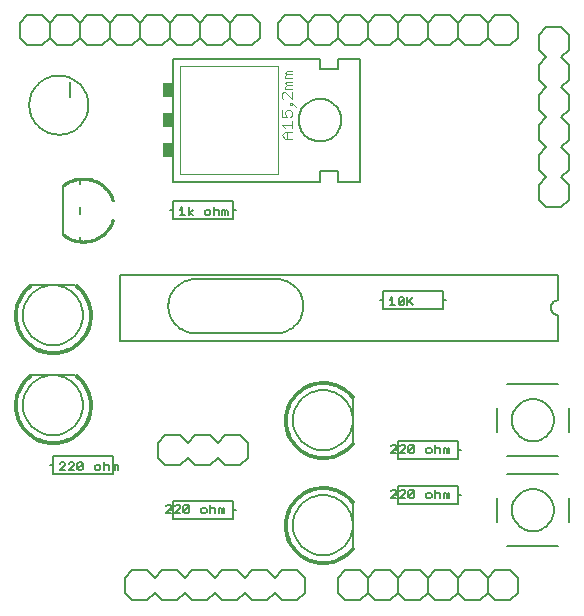
<source format=gto>
G75*
%MOIN*%
%OFA0B0*%
%FSLAX24Y24*%
%IPPOS*%
%LPD*%
%AMOC8*
5,1,8,0,0,1.08239X$1,22.5*
%
%ADD10C,0.0060*%
%ADD11C,0.0080*%
%ADD12C,0.0050*%
%ADD13C,0.0010*%
%ADD14C,0.0008*%
%ADD15C,0.0020*%
%ADD16C,0.0040*%
%ADD17R,0.0350X0.0500*%
D10*
X000600Y007550D02*
X000602Y007613D01*
X000608Y007675D01*
X000618Y007737D01*
X000631Y007799D01*
X000649Y007859D01*
X000670Y007918D01*
X000695Y007976D01*
X000724Y008032D01*
X000756Y008086D01*
X000791Y008138D01*
X000829Y008187D01*
X000871Y008235D01*
X000915Y008279D01*
X000963Y008321D01*
X001012Y008359D01*
X001064Y008394D01*
X001118Y008426D01*
X001174Y008455D01*
X001232Y008480D01*
X001291Y008501D01*
X001351Y008519D01*
X001413Y008532D01*
X001475Y008542D01*
X001537Y008548D01*
X001600Y008550D01*
X001663Y008548D01*
X001725Y008542D01*
X001787Y008532D01*
X001849Y008519D01*
X001909Y008501D01*
X001968Y008480D01*
X002026Y008455D01*
X002082Y008426D01*
X002136Y008394D01*
X002188Y008359D01*
X002237Y008321D01*
X002285Y008279D01*
X002329Y008235D01*
X002371Y008187D01*
X002409Y008138D01*
X002444Y008086D01*
X002476Y008032D01*
X002505Y007976D01*
X002530Y007918D01*
X002551Y007859D01*
X002569Y007799D01*
X002582Y007737D01*
X002592Y007675D01*
X002598Y007613D01*
X002600Y007550D01*
X002598Y007487D01*
X002592Y007425D01*
X002582Y007363D01*
X002569Y007301D01*
X002551Y007241D01*
X002530Y007182D01*
X002505Y007124D01*
X002476Y007068D01*
X002444Y007014D01*
X002409Y006962D01*
X002371Y006913D01*
X002329Y006865D01*
X002285Y006821D01*
X002237Y006779D01*
X002188Y006741D01*
X002136Y006706D01*
X002082Y006674D01*
X002026Y006645D01*
X001968Y006620D01*
X001909Y006599D01*
X001849Y006581D01*
X001787Y006568D01*
X001725Y006558D01*
X001663Y006552D01*
X001600Y006550D01*
X001537Y006552D01*
X001475Y006558D01*
X001413Y006568D01*
X001351Y006581D01*
X001291Y006599D01*
X001232Y006620D01*
X001174Y006645D01*
X001118Y006674D01*
X001064Y006706D01*
X001012Y006741D01*
X000963Y006779D01*
X000915Y006821D01*
X000871Y006865D01*
X000829Y006913D01*
X000791Y006962D01*
X000756Y007014D01*
X000724Y007068D01*
X000695Y007124D01*
X000670Y007182D01*
X000649Y007241D01*
X000631Y007301D01*
X000618Y007363D01*
X000608Y007425D01*
X000602Y007487D01*
X000600Y007550D01*
X000600Y010550D02*
X000602Y010613D01*
X000608Y010675D01*
X000618Y010737D01*
X000631Y010799D01*
X000649Y010859D01*
X000670Y010918D01*
X000695Y010976D01*
X000724Y011032D01*
X000756Y011086D01*
X000791Y011138D01*
X000829Y011187D01*
X000871Y011235D01*
X000915Y011279D01*
X000963Y011321D01*
X001012Y011359D01*
X001064Y011394D01*
X001118Y011426D01*
X001174Y011455D01*
X001232Y011480D01*
X001291Y011501D01*
X001351Y011519D01*
X001413Y011532D01*
X001475Y011542D01*
X001537Y011548D01*
X001600Y011550D01*
X001663Y011548D01*
X001725Y011542D01*
X001787Y011532D01*
X001849Y011519D01*
X001909Y011501D01*
X001968Y011480D01*
X002026Y011455D01*
X002082Y011426D01*
X002136Y011394D01*
X002188Y011359D01*
X002237Y011321D01*
X002285Y011279D01*
X002329Y011235D01*
X002371Y011187D01*
X002409Y011138D01*
X002444Y011086D01*
X002476Y011032D01*
X002505Y010976D01*
X002530Y010918D01*
X002551Y010859D01*
X002569Y010799D01*
X002582Y010737D01*
X002592Y010675D01*
X002598Y010613D01*
X002600Y010550D01*
X002598Y010487D01*
X002592Y010425D01*
X002582Y010363D01*
X002569Y010301D01*
X002551Y010241D01*
X002530Y010182D01*
X002505Y010124D01*
X002476Y010068D01*
X002444Y010014D01*
X002409Y009962D01*
X002371Y009913D01*
X002329Y009865D01*
X002285Y009821D01*
X002237Y009779D01*
X002188Y009741D01*
X002136Y009706D01*
X002082Y009674D01*
X002026Y009645D01*
X001968Y009620D01*
X001909Y009599D01*
X001849Y009581D01*
X001787Y009568D01*
X001725Y009558D01*
X001663Y009552D01*
X001600Y009550D01*
X001537Y009552D01*
X001475Y009558D01*
X001413Y009568D01*
X001351Y009581D01*
X001291Y009599D01*
X001232Y009620D01*
X001174Y009645D01*
X001118Y009674D01*
X001064Y009706D01*
X001012Y009741D01*
X000963Y009779D01*
X000915Y009821D01*
X000871Y009865D01*
X000829Y009913D01*
X000791Y009962D01*
X000756Y010014D01*
X000724Y010068D01*
X000695Y010124D01*
X000670Y010182D01*
X000649Y010241D01*
X000631Y010301D01*
X000618Y010363D01*
X000608Y010425D01*
X000602Y010487D01*
X000600Y010550D01*
X003850Y009700D02*
X003850Y011900D01*
X018450Y011900D01*
X018450Y011050D01*
X018420Y011048D01*
X018390Y011043D01*
X018361Y011034D01*
X018334Y011021D01*
X018308Y011006D01*
X018284Y010987D01*
X018263Y010966D01*
X018244Y010942D01*
X018229Y010916D01*
X018216Y010889D01*
X018207Y010860D01*
X018202Y010830D01*
X018200Y010800D01*
X018202Y010770D01*
X018207Y010740D01*
X018216Y010711D01*
X018229Y010684D01*
X018244Y010658D01*
X018263Y010634D01*
X018284Y010613D01*
X018308Y010594D01*
X018334Y010579D01*
X018361Y010566D01*
X018390Y010557D01*
X018420Y010552D01*
X018450Y010550D01*
X018450Y009700D01*
X003850Y009700D01*
X005600Y015000D02*
X010500Y015000D01*
X010500Y015350D01*
X011100Y015350D01*
X011100Y015000D01*
X011850Y015000D01*
X011850Y019100D01*
X011100Y019100D01*
X011100Y018750D01*
X010500Y018750D01*
X010500Y019100D01*
X005600Y019100D01*
X005600Y015000D01*
X005750Y019550D02*
X005500Y019800D01*
X005250Y019550D01*
X004750Y019550D01*
X004500Y019800D01*
X004250Y019550D01*
X003750Y019550D01*
X003500Y019800D01*
X003500Y020300D01*
X003750Y020550D01*
X004250Y020550D01*
X004500Y020300D01*
X004750Y020550D01*
X005250Y020550D01*
X005500Y020300D01*
X005750Y020550D01*
X006250Y020550D01*
X006500Y020300D01*
X006750Y020550D01*
X007250Y020550D01*
X007500Y020300D01*
X007750Y020550D01*
X008250Y020550D01*
X008500Y020300D01*
X008500Y019800D01*
X008250Y019550D01*
X007750Y019550D01*
X007500Y019800D01*
X007250Y019550D01*
X006750Y019550D01*
X006500Y019800D01*
X006500Y020300D01*
X006500Y019800D02*
X006250Y019550D01*
X005750Y019550D01*
X005500Y019800D02*
X005500Y020300D01*
X004500Y020300D02*
X004500Y019800D01*
X003500Y019800D02*
X003250Y019550D01*
X002750Y019550D01*
X002500Y019800D01*
X002250Y019550D01*
X001750Y019550D01*
X001500Y019800D01*
X001250Y019550D01*
X000750Y019550D01*
X000500Y019800D01*
X000500Y020300D01*
X000750Y020550D01*
X001250Y020550D01*
X001500Y020300D01*
X001750Y020550D01*
X002250Y020550D01*
X002500Y020300D01*
X002750Y020550D01*
X003250Y020550D01*
X003500Y020300D01*
X002500Y020300D02*
X002500Y019800D01*
X001500Y019800D02*
X001500Y020300D01*
X007500Y020300D02*
X007500Y019800D01*
X009100Y019800D02*
X009100Y020300D01*
X009350Y020550D01*
X009850Y020550D01*
X010100Y020300D01*
X010350Y020550D01*
X010850Y020550D01*
X011100Y020300D01*
X011350Y020550D01*
X011850Y020550D01*
X012100Y020300D01*
X012350Y020550D01*
X012850Y020550D01*
X013100Y020300D01*
X013350Y020550D01*
X013850Y020550D01*
X014100Y020300D01*
X014350Y020550D01*
X014850Y020550D01*
X015100Y020300D01*
X015350Y020550D01*
X015850Y020550D01*
X016100Y020300D01*
X016350Y020550D01*
X016850Y020550D01*
X017100Y020300D01*
X017100Y019800D01*
X016850Y019550D01*
X016350Y019550D01*
X016100Y019800D01*
X015850Y019550D01*
X015350Y019550D01*
X015100Y019800D01*
X015100Y020300D01*
X015100Y019800D02*
X014850Y019550D01*
X014350Y019550D01*
X014100Y019800D01*
X013850Y019550D01*
X013350Y019550D01*
X013100Y019800D01*
X012850Y019550D01*
X012350Y019550D01*
X012100Y019800D01*
X012100Y020300D01*
X012100Y019800D02*
X011850Y019550D01*
X011350Y019550D01*
X011100Y019800D01*
X010850Y019550D01*
X010350Y019550D01*
X010100Y019800D01*
X009850Y019550D01*
X009350Y019550D01*
X009100Y019800D01*
X010100Y019800D02*
X010100Y020300D01*
X011100Y020300D02*
X011100Y019800D01*
X013100Y019800D02*
X013100Y020300D01*
X014100Y020300D02*
X014100Y019800D01*
X016100Y019800D02*
X016100Y020300D01*
X009790Y017050D02*
X009792Y017103D01*
X009798Y017156D01*
X009808Y017208D01*
X009822Y017259D01*
X009839Y017309D01*
X009860Y017358D01*
X009885Y017405D01*
X009913Y017450D01*
X009945Y017493D01*
X009980Y017533D01*
X010017Y017570D01*
X010057Y017605D01*
X010100Y017637D01*
X010145Y017665D01*
X010192Y017690D01*
X010241Y017711D01*
X010291Y017728D01*
X010342Y017742D01*
X010394Y017752D01*
X010447Y017758D01*
X010500Y017760D01*
X010553Y017758D01*
X010606Y017752D01*
X010658Y017742D01*
X010709Y017728D01*
X010759Y017711D01*
X010808Y017690D01*
X010855Y017665D01*
X010900Y017637D01*
X010943Y017605D01*
X010983Y017570D01*
X011020Y017533D01*
X011055Y017493D01*
X011087Y017450D01*
X011115Y017405D01*
X011140Y017358D01*
X011161Y017309D01*
X011178Y017259D01*
X011192Y017208D01*
X011202Y017156D01*
X011208Y017103D01*
X011210Y017050D01*
X011208Y016997D01*
X011202Y016944D01*
X011192Y016892D01*
X011178Y016841D01*
X011161Y016791D01*
X011140Y016742D01*
X011115Y016695D01*
X011087Y016650D01*
X011055Y016607D01*
X011020Y016567D01*
X010983Y016530D01*
X010943Y016495D01*
X010900Y016463D01*
X010855Y016435D01*
X010808Y016410D01*
X010759Y016389D01*
X010709Y016372D01*
X010658Y016358D01*
X010606Y016348D01*
X010553Y016342D01*
X010500Y016340D01*
X010447Y016342D01*
X010394Y016348D01*
X010342Y016358D01*
X010291Y016372D01*
X010241Y016389D01*
X010192Y016410D01*
X010145Y016435D01*
X010100Y016463D01*
X010057Y016495D01*
X010017Y016530D01*
X009980Y016567D01*
X009945Y016607D01*
X009913Y016650D01*
X009885Y016695D01*
X009860Y016742D01*
X009839Y016791D01*
X009822Y016841D01*
X009808Y016892D01*
X009798Y016944D01*
X009792Y016997D01*
X009790Y017050D01*
X009600Y007050D02*
X009602Y007113D01*
X009608Y007175D01*
X009618Y007237D01*
X009631Y007299D01*
X009649Y007359D01*
X009670Y007418D01*
X009695Y007476D01*
X009724Y007532D01*
X009756Y007586D01*
X009791Y007638D01*
X009829Y007687D01*
X009871Y007735D01*
X009915Y007779D01*
X009963Y007821D01*
X010012Y007859D01*
X010064Y007894D01*
X010118Y007926D01*
X010174Y007955D01*
X010232Y007980D01*
X010291Y008001D01*
X010351Y008019D01*
X010413Y008032D01*
X010475Y008042D01*
X010537Y008048D01*
X010600Y008050D01*
X010663Y008048D01*
X010725Y008042D01*
X010787Y008032D01*
X010849Y008019D01*
X010909Y008001D01*
X010968Y007980D01*
X011026Y007955D01*
X011082Y007926D01*
X011136Y007894D01*
X011188Y007859D01*
X011237Y007821D01*
X011285Y007779D01*
X011329Y007735D01*
X011371Y007687D01*
X011409Y007638D01*
X011444Y007586D01*
X011476Y007532D01*
X011505Y007476D01*
X011530Y007418D01*
X011551Y007359D01*
X011569Y007299D01*
X011582Y007237D01*
X011592Y007175D01*
X011598Y007113D01*
X011600Y007050D01*
X011598Y006987D01*
X011592Y006925D01*
X011582Y006863D01*
X011569Y006801D01*
X011551Y006741D01*
X011530Y006682D01*
X011505Y006624D01*
X011476Y006568D01*
X011444Y006514D01*
X011409Y006462D01*
X011371Y006413D01*
X011329Y006365D01*
X011285Y006321D01*
X011237Y006279D01*
X011188Y006241D01*
X011136Y006206D01*
X011082Y006174D01*
X011026Y006145D01*
X010968Y006120D01*
X010909Y006099D01*
X010849Y006081D01*
X010787Y006068D01*
X010725Y006058D01*
X010663Y006052D01*
X010600Y006050D01*
X010537Y006052D01*
X010475Y006058D01*
X010413Y006068D01*
X010351Y006081D01*
X010291Y006099D01*
X010232Y006120D01*
X010174Y006145D01*
X010118Y006174D01*
X010064Y006206D01*
X010012Y006241D01*
X009963Y006279D01*
X009915Y006321D01*
X009871Y006365D01*
X009829Y006413D01*
X009791Y006462D01*
X009756Y006514D01*
X009724Y006568D01*
X009695Y006624D01*
X009670Y006682D01*
X009649Y006741D01*
X009631Y006801D01*
X009618Y006863D01*
X009608Y006925D01*
X009602Y006987D01*
X009600Y007050D01*
X009600Y003550D02*
X009602Y003613D01*
X009608Y003675D01*
X009618Y003737D01*
X009631Y003799D01*
X009649Y003859D01*
X009670Y003918D01*
X009695Y003976D01*
X009724Y004032D01*
X009756Y004086D01*
X009791Y004138D01*
X009829Y004187D01*
X009871Y004235D01*
X009915Y004279D01*
X009963Y004321D01*
X010012Y004359D01*
X010064Y004394D01*
X010118Y004426D01*
X010174Y004455D01*
X010232Y004480D01*
X010291Y004501D01*
X010351Y004519D01*
X010413Y004532D01*
X010475Y004542D01*
X010537Y004548D01*
X010600Y004550D01*
X010663Y004548D01*
X010725Y004542D01*
X010787Y004532D01*
X010849Y004519D01*
X010909Y004501D01*
X010968Y004480D01*
X011026Y004455D01*
X011082Y004426D01*
X011136Y004394D01*
X011188Y004359D01*
X011237Y004321D01*
X011285Y004279D01*
X011329Y004235D01*
X011371Y004187D01*
X011409Y004138D01*
X011444Y004086D01*
X011476Y004032D01*
X011505Y003976D01*
X011530Y003918D01*
X011551Y003859D01*
X011569Y003799D01*
X011582Y003737D01*
X011592Y003675D01*
X011598Y003613D01*
X011600Y003550D01*
X011598Y003487D01*
X011592Y003425D01*
X011582Y003363D01*
X011569Y003301D01*
X011551Y003241D01*
X011530Y003182D01*
X011505Y003124D01*
X011476Y003068D01*
X011444Y003014D01*
X011409Y002962D01*
X011371Y002913D01*
X011329Y002865D01*
X011285Y002821D01*
X011237Y002779D01*
X011188Y002741D01*
X011136Y002706D01*
X011082Y002674D01*
X011026Y002645D01*
X010968Y002620D01*
X010909Y002599D01*
X010849Y002581D01*
X010787Y002568D01*
X010725Y002558D01*
X010663Y002552D01*
X010600Y002550D01*
X010537Y002552D01*
X010475Y002558D01*
X010413Y002568D01*
X010351Y002581D01*
X010291Y002599D01*
X010232Y002620D01*
X010174Y002645D01*
X010118Y002674D01*
X010064Y002706D01*
X010012Y002741D01*
X009963Y002779D01*
X009915Y002821D01*
X009871Y002865D01*
X009829Y002913D01*
X009791Y002962D01*
X009756Y003014D01*
X009724Y003068D01*
X009695Y003124D01*
X009670Y003182D01*
X009649Y003241D01*
X009631Y003301D01*
X009618Y003363D01*
X009608Y003425D01*
X009602Y003487D01*
X009600Y003550D01*
X011350Y002050D02*
X011100Y001800D01*
X011100Y001300D01*
X011350Y001050D01*
X011850Y001050D01*
X012100Y001300D01*
X012350Y001050D01*
X012850Y001050D01*
X013100Y001300D01*
X013100Y001800D01*
X012850Y002050D01*
X012350Y002050D01*
X012100Y001800D01*
X012100Y001300D01*
X012100Y001800D02*
X011850Y002050D01*
X011350Y002050D01*
X013100Y001800D02*
X013350Y002050D01*
X013850Y002050D01*
X014100Y001800D01*
X014350Y002050D01*
X014850Y002050D01*
X015100Y001800D01*
X015350Y002050D01*
X015850Y002050D01*
X016100Y001800D01*
X016350Y002050D01*
X016850Y002050D01*
X017100Y001800D01*
X017100Y001300D01*
X016850Y001050D01*
X016350Y001050D01*
X016100Y001300D01*
X015850Y001050D01*
X015350Y001050D01*
X015100Y001300D01*
X014850Y001050D01*
X014350Y001050D01*
X014100Y001300D01*
X013850Y001050D01*
X013350Y001050D01*
X013100Y001300D01*
X014100Y001300D02*
X014100Y001800D01*
X015100Y001800D02*
X015100Y001300D01*
X016100Y001300D02*
X016100Y001800D01*
D11*
X004250Y001050D02*
X004000Y001300D01*
X004000Y001800D01*
X004250Y002050D01*
X004750Y002050D01*
X005000Y001800D01*
X005250Y002050D01*
X005750Y002050D01*
X006000Y001800D01*
X006250Y002050D01*
X006750Y002050D01*
X007000Y001800D01*
X007250Y002050D01*
X007750Y002050D01*
X008000Y001800D01*
X008250Y002050D01*
X008750Y002050D01*
X009000Y001800D01*
X009250Y002050D01*
X009750Y002050D01*
X010000Y001800D01*
X010000Y001300D01*
X009750Y001050D01*
X009250Y001050D01*
X009000Y001300D01*
X008750Y001050D01*
X008250Y001050D01*
X008000Y001300D01*
X007750Y001050D01*
X007250Y001050D01*
X007000Y001300D01*
X006750Y001050D01*
X006250Y001050D01*
X006000Y001300D01*
X005750Y001050D01*
X005250Y001050D01*
X005000Y001300D01*
X004750Y001050D01*
X004250Y001050D01*
X005600Y003750D02*
X005600Y004050D01*
X005500Y004050D01*
X005600Y004050D02*
X005600Y004350D01*
X007600Y004350D01*
X007600Y004050D01*
X007700Y004050D01*
X007600Y004050D02*
X007600Y003750D01*
X005600Y003750D01*
X005350Y005550D02*
X005100Y005800D01*
X005100Y006300D01*
X005350Y006550D01*
X005850Y006550D01*
X006100Y006300D01*
X006350Y006550D01*
X006850Y006550D01*
X007100Y006300D01*
X007350Y006550D01*
X007850Y006550D01*
X008100Y006300D01*
X008100Y005800D01*
X007850Y005550D01*
X007350Y005550D01*
X007100Y005800D01*
X006850Y005550D01*
X006350Y005550D01*
X006100Y005800D01*
X005850Y005550D01*
X005350Y005550D01*
X003700Y005550D02*
X003600Y005550D01*
X003600Y005250D01*
X001600Y005250D01*
X001600Y005550D01*
X001500Y005550D01*
X001600Y005550D02*
X001600Y005850D01*
X003600Y005850D01*
X003600Y005550D01*
X002350Y008550D02*
X000850Y008550D01*
X000850Y011550D02*
X002350Y011550D01*
X002500Y013005D02*
X002500Y013163D01*
X001950Y013225D02*
X001950Y014875D01*
X002500Y014937D02*
X002500Y015095D01*
X002500Y014163D02*
X002500Y013937D01*
X005500Y014050D02*
X005600Y014050D01*
X005600Y014350D01*
X007600Y014350D01*
X007600Y014050D01*
X007700Y014050D01*
X007600Y014050D02*
X007600Y013750D01*
X005600Y013750D01*
X005600Y014050D01*
X006350Y011750D02*
X009050Y011750D01*
X009109Y011748D01*
X009167Y011742D01*
X009226Y011733D01*
X009283Y011719D01*
X009339Y011702D01*
X009394Y011681D01*
X009448Y011657D01*
X009500Y011629D01*
X009550Y011598D01*
X009598Y011564D01*
X009643Y011527D01*
X009686Y011486D01*
X009727Y011443D01*
X009764Y011398D01*
X009798Y011350D01*
X009829Y011300D01*
X009857Y011248D01*
X009881Y011194D01*
X009902Y011139D01*
X009919Y011083D01*
X009933Y011026D01*
X009942Y010967D01*
X009948Y010909D01*
X009950Y010850D01*
X009948Y010791D01*
X009942Y010733D01*
X009933Y010674D01*
X009919Y010617D01*
X009902Y010561D01*
X009881Y010506D01*
X009857Y010452D01*
X009829Y010400D01*
X009798Y010350D01*
X009764Y010302D01*
X009727Y010257D01*
X009686Y010214D01*
X009643Y010173D01*
X009598Y010136D01*
X009550Y010102D01*
X009500Y010071D01*
X009448Y010043D01*
X009394Y010019D01*
X009339Y009998D01*
X009283Y009981D01*
X009226Y009967D01*
X009167Y009958D01*
X009109Y009952D01*
X009050Y009950D01*
X006350Y009950D01*
X006291Y009952D01*
X006233Y009958D01*
X006174Y009967D01*
X006117Y009981D01*
X006061Y009998D01*
X006006Y010019D01*
X005952Y010043D01*
X005900Y010071D01*
X005850Y010102D01*
X005802Y010136D01*
X005757Y010173D01*
X005714Y010214D01*
X005673Y010257D01*
X005636Y010302D01*
X005602Y010350D01*
X005571Y010400D01*
X005543Y010452D01*
X005519Y010506D01*
X005498Y010561D01*
X005481Y010617D01*
X005467Y010674D01*
X005458Y010733D01*
X005452Y010791D01*
X005450Y010850D01*
X005452Y010909D01*
X005458Y010967D01*
X005467Y011026D01*
X005481Y011083D01*
X005498Y011139D01*
X005519Y011194D01*
X005543Y011248D01*
X005571Y011300D01*
X005602Y011350D01*
X005636Y011398D01*
X005673Y011443D01*
X005714Y011486D01*
X005757Y011527D01*
X005802Y011564D01*
X005850Y011598D01*
X005900Y011629D01*
X005952Y011657D01*
X006006Y011681D01*
X006061Y011702D01*
X006117Y011719D01*
X006174Y011733D01*
X006233Y011742D01*
X006291Y011748D01*
X006350Y011750D01*
X011600Y007800D02*
X011600Y006300D01*
X013000Y006050D02*
X013100Y006050D01*
X013100Y006350D01*
X015100Y006350D01*
X015100Y006050D01*
X015200Y006050D01*
X015100Y006050D02*
X015100Y005750D01*
X013100Y005750D01*
X013100Y006050D01*
X013100Y004850D02*
X015100Y004850D01*
X015100Y004550D01*
X015200Y004550D01*
X015100Y004550D02*
X015100Y004250D01*
X013100Y004250D01*
X013100Y004550D01*
X013000Y004550D01*
X013100Y004550D02*
X013100Y004850D01*
X011600Y004300D02*
X011600Y002800D01*
X016400Y003650D02*
X016400Y004455D01*
X016750Y005250D02*
X018450Y005250D01*
X018450Y005850D02*
X016750Y005850D01*
X016400Y006650D02*
X016400Y007455D01*
X016750Y008250D02*
X018450Y008250D01*
X018800Y007443D02*
X018800Y006650D01*
X016900Y007050D02*
X016902Y007102D01*
X016908Y007154D01*
X016918Y007206D01*
X016931Y007256D01*
X016948Y007306D01*
X016969Y007354D01*
X016994Y007400D01*
X017022Y007444D01*
X017053Y007486D01*
X017087Y007526D01*
X017124Y007563D01*
X017164Y007597D01*
X017206Y007628D01*
X017250Y007656D01*
X017296Y007681D01*
X017344Y007702D01*
X017394Y007719D01*
X017444Y007732D01*
X017496Y007742D01*
X017548Y007748D01*
X017600Y007750D01*
X017652Y007748D01*
X017704Y007742D01*
X017756Y007732D01*
X017806Y007719D01*
X017856Y007702D01*
X017904Y007681D01*
X017950Y007656D01*
X017994Y007628D01*
X018036Y007597D01*
X018076Y007563D01*
X018113Y007526D01*
X018147Y007486D01*
X018178Y007444D01*
X018206Y007400D01*
X018231Y007354D01*
X018252Y007306D01*
X018269Y007256D01*
X018282Y007206D01*
X018292Y007154D01*
X018298Y007102D01*
X018300Y007050D01*
X018298Y006998D01*
X018292Y006946D01*
X018282Y006894D01*
X018269Y006844D01*
X018252Y006794D01*
X018231Y006746D01*
X018206Y006700D01*
X018178Y006656D01*
X018147Y006614D01*
X018113Y006574D01*
X018076Y006537D01*
X018036Y006503D01*
X017994Y006472D01*
X017950Y006444D01*
X017904Y006419D01*
X017856Y006398D01*
X017806Y006381D01*
X017756Y006368D01*
X017704Y006358D01*
X017652Y006352D01*
X017600Y006350D01*
X017548Y006352D01*
X017496Y006358D01*
X017444Y006368D01*
X017394Y006381D01*
X017344Y006398D01*
X017296Y006419D01*
X017250Y006444D01*
X017206Y006472D01*
X017164Y006503D01*
X017124Y006537D01*
X017087Y006574D01*
X017053Y006614D01*
X017022Y006656D01*
X016994Y006700D01*
X016969Y006746D01*
X016948Y006794D01*
X016931Y006844D01*
X016918Y006894D01*
X016908Y006946D01*
X016902Y006998D01*
X016900Y007050D01*
X018800Y004443D02*
X018800Y003650D01*
X018450Y002850D02*
X016750Y002850D01*
X016900Y004050D02*
X016902Y004102D01*
X016908Y004154D01*
X016918Y004206D01*
X016931Y004256D01*
X016948Y004306D01*
X016969Y004354D01*
X016994Y004400D01*
X017022Y004444D01*
X017053Y004486D01*
X017087Y004526D01*
X017124Y004563D01*
X017164Y004597D01*
X017206Y004628D01*
X017250Y004656D01*
X017296Y004681D01*
X017344Y004702D01*
X017394Y004719D01*
X017444Y004732D01*
X017496Y004742D01*
X017548Y004748D01*
X017600Y004750D01*
X017652Y004748D01*
X017704Y004742D01*
X017756Y004732D01*
X017806Y004719D01*
X017856Y004702D01*
X017904Y004681D01*
X017950Y004656D01*
X017994Y004628D01*
X018036Y004597D01*
X018076Y004563D01*
X018113Y004526D01*
X018147Y004486D01*
X018178Y004444D01*
X018206Y004400D01*
X018231Y004354D01*
X018252Y004306D01*
X018269Y004256D01*
X018282Y004206D01*
X018292Y004154D01*
X018298Y004102D01*
X018300Y004050D01*
X018298Y003998D01*
X018292Y003946D01*
X018282Y003894D01*
X018269Y003844D01*
X018252Y003794D01*
X018231Y003746D01*
X018206Y003700D01*
X018178Y003656D01*
X018147Y003614D01*
X018113Y003574D01*
X018076Y003537D01*
X018036Y003503D01*
X017994Y003472D01*
X017950Y003444D01*
X017904Y003419D01*
X017856Y003398D01*
X017806Y003381D01*
X017756Y003368D01*
X017704Y003358D01*
X017652Y003352D01*
X017600Y003350D01*
X017548Y003352D01*
X017496Y003358D01*
X017444Y003368D01*
X017394Y003381D01*
X017344Y003398D01*
X017296Y003419D01*
X017250Y003444D01*
X017206Y003472D01*
X017164Y003503D01*
X017124Y003537D01*
X017087Y003574D01*
X017053Y003614D01*
X017022Y003656D01*
X016994Y003700D01*
X016969Y003746D01*
X016948Y003794D01*
X016931Y003844D01*
X016918Y003894D01*
X016908Y003946D01*
X016902Y003998D01*
X016900Y004050D01*
X014600Y010750D02*
X012600Y010750D01*
X012600Y011050D01*
X012500Y011050D01*
X012600Y011050D02*
X012600Y011350D01*
X014600Y011350D01*
X014600Y011050D01*
X014700Y011050D01*
X014600Y011050D02*
X014600Y010750D01*
X018050Y014150D02*
X018550Y014150D01*
X018800Y014400D01*
X018800Y014900D01*
X018550Y015150D01*
X018800Y015400D01*
X018800Y015900D01*
X018550Y016150D01*
X018800Y016400D01*
X018800Y016900D01*
X018550Y017150D01*
X018800Y017400D01*
X018800Y017900D01*
X018550Y018150D01*
X018800Y018400D01*
X018800Y018900D01*
X018550Y019150D01*
X018800Y019400D01*
X018800Y019900D01*
X018550Y020150D01*
X018050Y020150D01*
X017800Y019900D01*
X017800Y019400D01*
X018050Y019150D01*
X017800Y018900D01*
X017800Y018400D01*
X018050Y018150D01*
X017800Y017900D01*
X017800Y017400D01*
X018050Y017150D01*
X017800Y016900D01*
X017800Y016400D01*
X018050Y016150D01*
X017800Y015900D01*
X017800Y015400D01*
X018050Y015150D01*
X017800Y014900D01*
X017800Y014400D01*
X018050Y014150D01*
X002162Y017804D02*
X002162Y018304D01*
X000816Y017550D02*
X000818Y017612D01*
X000824Y017675D01*
X000834Y017736D01*
X000848Y017797D01*
X000865Y017857D01*
X000886Y017916D01*
X000912Y017973D01*
X000940Y018028D01*
X000972Y018082D01*
X001008Y018133D01*
X001046Y018183D01*
X001088Y018229D01*
X001132Y018273D01*
X001180Y018314D01*
X001229Y018352D01*
X001281Y018386D01*
X001335Y018417D01*
X001391Y018445D01*
X001449Y018469D01*
X001508Y018490D01*
X001568Y018506D01*
X001629Y018519D01*
X001691Y018528D01*
X001753Y018533D01*
X001816Y018534D01*
X001878Y018531D01*
X001940Y018524D01*
X002002Y018513D01*
X002062Y018498D01*
X002122Y018480D01*
X002180Y018458D01*
X002237Y018432D01*
X002292Y018402D01*
X002345Y018369D01*
X002396Y018333D01*
X002444Y018294D01*
X002490Y018251D01*
X002533Y018206D01*
X002573Y018158D01*
X002610Y018108D01*
X002644Y018055D01*
X002675Y018001D01*
X002701Y017945D01*
X002725Y017887D01*
X002744Y017827D01*
X002760Y017767D01*
X002772Y017705D01*
X002780Y017644D01*
X002784Y017581D01*
X002784Y017519D01*
X002780Y017456D01*
X002772Y017395D01*
X002760Y017333D01*
X002744Y017273D01*
X002725Y017213D01*
X002701Y017155D01*
X002675Y017099D01*
X002644Y017045D01*
X002610Y016992D01*
X002573Y016942D01*
X002533Y016894D01*
X002490Y016849D01*
X002444Y016806D01*
X002396Y016767D01*
X002345Y016731D01*
X002292Y016698D01*
X002237Y016668D01*
X002180Y016642D01*
X002122Y016620D01*
X002062Y016602D01*
X002002Y016587D01*
X001940Y016576D01*
X001878Y016569D01*
X001816Y016566D01*
X001753Y016567D01*
X001691Y016572D01*
X001629Y016581D01*
X001568Y016594D01*
X001508Y016610D01*
X001449Y016631D01*
X001391Y016655D01*
X001335Y016683D01*
X001281Y016714D01*
X001229Y016748D01*
X001180Y016786D01*
X001132Y016827D01*
X001088Y016871D01*
X001046Y016917D01*
X001008Y016967D01*
X000972Y017018D01*
X000940Y017072D01*
X000912Y017127D01*
X000886Y017184D01*
X000865Y017243D01*
X000848Y017303D01*
X000834Y017364D01*
X000824Y017425D01*
X000818Y017488D01*
X000816Y017550D01*
D12*
X005825Y014055D02*
X005915Y014145D01*
X005915Y013875D01*
X005825Y013875D02*
X006005Y013875D01*
X006120Y013875D02*
X006120Y014145D01*
X006255Y014055D02*
X006120Y013965D01*
X006255Y013875D01*
X006660Y013920D02*
X006705Y013875D01*
X006795Y013875D01*
X006840Y013920D01*
X006840Y014010D01*
X006795Y014055D01*
X006705Y014055D01*
X006660Y014010D01*
X006660Y013920D01*
X006954Y013875D02*
X006954Y014145D01*
X007000Y014055D02*
X006954Y014010D01*
X007000Y014055D02*
X007090Y014055D01*
X007135Y014010D01*
X007135Y013875D01*
X007249Y013875D02*
X007249Y014055D01*
X007294Y014055D01*
X007339Y014010D01*
X007384Y014055D01*
X007429Y014010D01*
X007429Y013875D01*
X007339Y013875D02*
X007339Y014010D01*
X012825Y011055D02*
X012915Y011145D01*
X012915Y010875D01*
X012825Y010875D02*
X013005Y010875D01*
X013120Y010920D02*
X013120Y011100D01*
X013165Y011145D01*
X013255Y011145D01*
X013300Y011100D01*
X013120Y010920D01*
X013165Y010875D01*
X013255Y010875D01*
X013300Y010920D01*
X013300Y011100D01*
X013414Y011145D02*
X013414Y010875D01*
X013414Y010965D02*
X013594Y011145D01*
X013459Y011010D02*
X013594Y010875D01*
X013587Y006225D02*
X013497Y006225D01*
X013452Y006180D01*
X013452Y006000D01*
X013632Y006180D01*
X013632Y006000D01*
X013587Y005955D01*
X013497Y005955D01*
X013452Y006000D01*
X013337Y005955D02*
X013157Y005955D01*
X013337Y006135D01*
X013337Y006180D01*
X013292Y006225D01*
X013202Y006225D01*
X013157Y006180D01*
X013043Y006180D02*
X012998Y006225D01*
X012907Y006225D01*
X012862Y006180D01*
X013043Y006180D02*
X013043Y006135D01*
X012862Y005955D01*
X013043Y005955D01*
X013587Y006225D02*
X013632Y006180D01*
X014041Y006090D02*
X014041Y006000D01*
X014086Y005955D01*
X014176Y005955D01*
X014221Y006000D01*
X014221Y006090D01*
X014176Y006135D01*
X014086Y006135D01*
X014041Y006090D01*
X014336Y006090D02*
X014381Y006135D01*
X014471Y006135D01*
X014516Y006090D01*
X014516Y005955D01*
X014630Y005955D02*
X014630Y006135D01*
X014675Y006135D01*
X014720Y006090D01*
X014765Y006135D01*
X014811Y006090D01*
X014811Y005955D01*
X014720Y005955D02*
X014720Y006090D01*
X014336Y006225D02*
X014336Y005955D01*
X014336Y004725D02*
X014336Y004455D01*
X014221Y004500D02*
X014221Y004590D01*
X014176Y004635D01*
X014086Y004635D01*
X014041Y004590D01*
X014041Y004500D01*
X014086Y004455D01*
X014176Y004455D01*
X014221Y004500D01*
X014336Y004590D02*
X014381Y004635D01*
X014471Y004635D01*
X014516Y004590D01*
X014516Y004455D01*
X014630Y004455D02*
X014630Y004635D01*
X014675Y004635D01*
X014720Y004590D01*
X014765Y004635D01*
X014811Y004590D01*
X014811Y004455D01*
X014720Y004455D02*
X014720Y004590D01*
X013632Y004500D02*
X013587Y004455D01*
X013497Y004455D01*
X013452Y004500D01*
X013632Y004680D01*
X013632Y004500D01*
X013632Y004680D02*
X013587Y004725D01*
X013497Y004725D01*
X013452Y004680D01*
X013452Y004500D01*
X013337Y004455D02*
X013157Y004455D01*
X013337Y004635D01*
X013337Y004680D01*
X013292Y004725D01*
X013202Y004725D01*
X013157Y004680D01*
X013043Y004680D02*
X012998Y004725D01*
X012907Y004725D01*
X012862Y004680D01*
X013043Y004680D02*
X013043Y004635D01*
X012862Y004455D01*
X013043Y004455D01*
X007311Y004090D02*
X007311Y003955D01*
X007220Y003955D02*
X007220Y004090D01*
X007265Y004135D01*
X007311Y004090D01*
X007220Y004090D02*
X007175Y004135D01*
X007130Y004135D01*
X007130Y003955D01*
X007016Y003955D02*
X007016Y004090D01*
X006971Y004135D01*
X006881Y004135D01*
X006836Y004090D01*
X006721Y004090D02*
X006676Y004135D01*
X006586Y004135D01*
X006541Y004090D01*
X006541Y004000D01*
X006586Y003955D01*
X006676Y003955D01*
X006721Y004000D01*
X006721Y004090D01*
X006836Y004225D02*
X006836Y003955D01*
X006132Y004000D02*
X006087Y003955D01*
X005997Y003955D01*
X005952Y004000D01*
X006132Y004180D01*
X006132Y004000D01*
X006132Y004180D02*
X006087Y004225D01*
X005997Y004225D01*
X005952Y004180D01*
X005952Y004000D01*
X005837Y003955D02*
X005657Y003955D01*
X005837Y004135D01*
X005837Y004180D01*
X005792Y004225D01*
X005702Y004225D01*
X005657Y004180D01*
X005543Y004180D02*
X005498Y004225D01*
X005407Y004225D01*
X005362Y004180D01*
X005543Y004180D02*
X005543Y004135D01*
X005362Y003955D01*
X005543Y003955D01*
X003773Y005375D02*
X003773Y005510D01*
X003728Y005555D01*
X003683Y005510D01*
X003683Y005375D01*
X003593Y005375D02*
X003593Y005555D01*
X003638Y005555D01*
X003683Y005510D01*
X003478Y005510D02*
X003478Y005375D01*
X003478Y005510D02*
X003433Y005555D01*
X003343Y005555D01*
X003298Y005510D01*
X003184Y005510D02*
X003139Y005555D01*
X003049Y005555D01*
X003004Y005510D01*
X003004Y005420D01*
X003049Y005375D01*
X003139Y005375D01*
X003184Y005420D01*
X003184Y005510D01*
X003298Y005645D02*
X003298Y005375D01*
X002594Y005420D02*
X002549Y005375D01*
X002459Y005375D01*
X002414Y005420D01*
X002594Y005600D01*
X002594Y005420D01*
X002414Y005420D02*
X002414Y005600D01*
X002459Y005645D01*
X002549Y005645D01*
X002594Y005600D01*
X002300Y005600D02*
X002255Y005645D01*
X002165Y005645D01*
X002120Y005600D01*
X002005Y005600D02*
X001960Y005645D01*
X001870Y005645D01*
X001825Y005600D01*
X002005Y005600D02*
X002005Y005555D01*
X001825Y005375D01*
X002005Y005375D01*
X002120Y005375D02*
X002300Y005555D01*
X002300Y005600D01*
X002300Y005375D02*
X002120Y005375D01*
D13*
X000820Y008582D02*
X000874Y008510D01*
X000873Y008511D02*
X000820Y008468D01*
X000769Y008423D01*
X000721Y008374D01*
X000676Y008323D01*
X000633Y008269D01*
X000594Y008213D01*
X000558Y008155D01*
X000525Y008095D01*
X000496Y008034D01*
X000471Y007970D01*
X000449Y007906D01*
X000430Y007840D01*
X000416Y007773D01*
X000405Y007706D01*
X000398Y007638D01*
X000395Y007570D01*
X000396Y007501D01*
X000401Y007433D01*
X000409Y007365D01*
X000422Y007298D01*
X000438Y007232D01*
X000458Y007167D01*
X000481Y007102D01*
X000508Y007040D01*
X000539Y006979D01*
X000573Y006920D01*
X000610Y006862D01*
X000651Y006807D01*
X000695Y006755D01*
X000741Y006705D01*
X000790Y006658D01*
X000842Y006613D01*
X000896Y006572D01*
X000953Y006533D01*
X001012Y006498D01*
X001072Y006467D01*
X001134Y006439D01*
X001198Y006414D01*
X001263Y006393D01*
X001329Y006376D01*
X001396Y006362D01*
X001464Y006353D01*
X001532Y006347D01*
X001600Y006345D01*
X001668Y006347D01*
X001736Y006353D01*
X001804Y006362D01*
X001871Y006376D01*
X001937Y006393D01*
X002002Y006414D01*
X002066Y006439D01*
X002128Y006467D01*
X002188Y006498D01*
X002247Y006533D01*
X002304Y006572D01*
X002358Y006613D01*
X002410Y006658D01*
X002459Y006705D01*
X002505Y006755D01*
X002549Y006807D01*
X002590Y006862D01*
X002627Y006920D01*
X002661Y006979D01*
X002692Y007040D01*
X002719Y007102D01*
X002742Y007167D01*
X002762Y007232D01*
X002778Y007298D01*
X002791Y007365D01*
X002799Y007433D01*
X002804Y007501D01*
X002805Y007570D01*
X002802Y007638D01*
X002795Y007706D01*
X002784Y007773D01*
X002770Y007840D01*
X002751Y007906D01*
X002729Y007970D01*
X002704Y008034D01*
X002675Y008095D01*
X002642Y008155D01*
X002606Y008213D01*
X002567Y008269D01*
X002524Y008323D01*
X002479Y008374D01*
X002431Y008423D01*
X002380Y008468D01*
X002327Y008511D01*
X002380Y008582D01*
X002381Y008583D01*
X002436Y008539D01*
X002489Y008491D01*
X002540Y008441D01*
X002587Y008388D01*
X002631Y008333D01*
X002673Y008275D01*
X002711Y008215D01*
X002746Y008154D01*
X002777Y008090D01*
X002805Y008025D01*
X002829Y007958D01*
X002850Y007890D01*
X002866Y007821D01*
X002879Y007751D01*
X002888Y007681D01*
X002894Y007610D01*
X002895Y007539D01*
X002892Y007468D01*
X002886Y007397D01*
X002876Y007327D01*
X002862Y007258D01*
X002844Y007189D01*
X002822Y007121D01*
X002797Y007055D01*
X002768Y006990D01*
X002735Y006927D01*
X002699Y006866D01*
X002660Y006807D01*
X002618Y006750D01*
X002573Y006695D01*
X002524Y006643D01*
X002473Y006594D01*
X002420Y006547D01*
X002363Y006504D01*
X002305Y006464D01*
X002244Y006427D01*
X002182Y006393D01*
X002118Y006363D01*
X002052Y006336D01*
X001985Y006313D01*
X001916Y006294D01*
X001847Y006279D01*
X001777Y006267D01*
X001706Y006259D01*
X001635Y006255D01*
X001565Y006255D01*
X001494Y006259D01*
X001423Y006267D01*
X001353Y006279D01*
X001284Y006294D01*
X001215Y006313D01*
X001148Y006336D01*
X001082Y006363D01*
X001018Y006393D01*
X000956Y006427D01*
X000895Y006464D01*
X000837Y006504D01*
X000780Y006547D01*
X000727Y006594D01*
X000676Y006643D01*
X000627Y006695D01*
X000582Y006750D01*
X000540Y006807D01*
X000501Y006866D01*
X000465Y006927D01*
X000432Y006990D01*
X000403Y007055D01*
X000378Y007121D01*
X000356Y007189D01*
X000338Y007258D01*
X000324Y007327D01*
X000314Y007397D01*
X000308Y007468D01*
X000305Y007539D01*
X000306Y007610D01*
X000312Y007681D01*
X000321Y007751D01*
X000334Y007821D01*
X000350Y007890D01*
X000371Y007958D01*
X000395Y008025D01*
X000423Y008090D01*
X000454Y008154D01*
X000489Y008215D01*
X000527Y008275D01*
X000569Y008333D01*
X000613Y008388D01*
X000660Y008441D01*
X000711Y008491D01*
X000764Y008539D01*
X000819Y008583D01*
X000824Y008576D01*
X000769Y008531D01*
X000716Y008484D01*
X000665Y008433D01*
X000618Y008380D01*
X000573Y008324D01*
X000532Y008266D01*
X000494Y008206D01*
X000459Y008144D01*
X000428Y008080D01*
X000401Y008014D01*
X000377Y007947D01*
X000357Y007878D01*
X000340Y007809D01*
X000328Y007739D01*
X000319Y007668D01*
X000315Y007597D01*
X000314Y007526D01*
X000318Y007455D01*
X000325Y007384D01*
X000336Y007313D01*
X000351Y007244D01*
X000370Y007175D01*
X000393Y007107D01*
X000419Y007041D01*
X000449Y006976D01*
X000483Y006914D01*
X000519Y006853D01*
X000560Y006794D01*
X000603Y006737D01*
X000650Y006683D01*
X000699Y006632D01*
X000752Y006584D01*
X000806Y006538D01*
X000864Y006496D01*
X000923Y006457D01*
X000985Y006421D01*
X001048Y006388D01*
X001113Y006360D01*
X001180Y006334D01*
X001248Y006313D01*
X001317Y006295D01*
X001387Y006282D01*
X001458Y006272D01*
X001529Y006266D01*
X001600Y006264D01*
X001671Y006266D01*
X001742Y006272D01*
X001813Y006282D01*
X001883Y006295D01*
X001952Y006313D01*
X002020Y006334D01*
X002087Y006360D01*
X002152Y006388D01*
X002215Y006421D01*
X002277Y006457D01*
X002336Y006496D01*
X002394Y006538D01*
X002448Y006584D01*
X002501Y006632D01*
X002550Y006683D01*
X002597Y006737D01*
X002640Y006794D01*
X002681Y006853D01*
X002717Y006914D01*
X002751Y006976D01*
X002781Y007041D01*
X002807Y007107D01*
X002830Y007175D01*
X002849Y007244D01*
X002864Y007313D01*
X002875Y007384D01*
X002882Y007455D01*
X002886Y007526D01*
X002885Y007597D01*
X002881Y007668D01*
X002872Y007739D01*
X002860Y007809D01*
X002843Y007878D01*
X002823Y007947D01*
X002799Y008014D01*
X002772Y008080D01*
X002741Y008144D01*
X002706Y008206D01*
X002668Y008266D01*
X002627Y008324D01*
X002582Y008380D01*
X002535Y008433D01*
X002484Y008484D01*
X002431Y008531D01*
X002376Y008576D01*
X002370Y008569D01*
X002425Y008524D01*
X002478Y008477D01*
X002528Y008427D01*
X002575Y008374D01*
X002619Y008319D01*
X002661Y008261D01*
X002698Y008202D01*
X002733Y008140D01*
X002764Y008076D01*
X002791Y008011D01*
X002815Y007944D01*
X002835Y007876D01*
X002851Y007807D01*
X002863Y007738D01*
X002872Y007667D01*
X002876Y007597D01*
X002877Y007526D01*
X002873Y007455D01*
X002866Y007385D01*
X002855Y007315D01*
X002840Y007246D01*
X002821Y007178D01*
X002799Y007110D01*
X002773Y007045D01*
X002743Y006980D01*
X002710Y006918D01*
X002673Y006858D01*
X002633Y006799D01*
X002590Y006743D01*
X002544Y006689D01*
X002494Y006639D01*
X002443Y006590D01*
X002388Y006545D01*
X002331Y006503D01*
X002272Y006464D01*
X002211Y006429D01*
X002148Y006396D01*
X002083Y006368D01*
X002017Y006343D01*
X001949Y006322D01*
X001881Y006304D01*
X001811Y006291D01*
X001741Y006281D01*
X001671Y006275D01*
X001600Y006273D01*
X001529Y006275D01*
X001459Y006281D01*
X001389Y006291D01*
X001319Y006304D01*
X001251Y006322D01*
X001183Y006343D01*
X001117Y006368D01*
X001052Y006396D01*
X000989Y006429D01*
X000928Y006464D01*
X000869Y006503D01*
X000812Y006545D01*
X000757Y006590D01*
X000706Y006639D01*
X000656Y006689D01*
X000610Y006743D01*
X000567Y006799D01*
X000527Y006858D01*
X000490Y006918D01*
X000457Y006980D01*
X000427Y007045D01*
X000401Y007110D01*
X000379Y007178D01*
X000360Y007246D01*
X000345Y007315D01*
X000334Y007385D01*
X000327Y007455D01*
X000323Y007526D01*
X000324Y007597D01*
X000328Y007667D01*
X000337Y007738D01*
X000349Y007807D01*
X000365Y007876D01*
X000385Y007944D01*
X000409Y008011D01*
X000436Y008076D01*
X000467Y008140D01*
X000502Y008202D01*
X000539Y008261D01*
X000581Y008319D01*
X000625Y008374D01*
X000672Y008427D01*
X000722Y008477D01*
X000775Y008524D01*
X000830Y008569D01*
X000835Y008561D01*
X000780Y008517D01*
X000727Y008469D01*
X000677Y008419D01*
X000629Y008366D01*
X000585Y008310D01*
X000544Y008252D01*
X000507Y008192D01*
X000472Y008130D01*
X000442Y008066D01*
X000415Y008000D01*
X000391Y007933D01*
X000372Y007865D01*
X000356Y007795D01*
X000344Y007725D01*
X000336Y007655D01*
X000332Y007584D01*
X000333Y007513D01*
X000337Y007442D01*
X000345Y007371D01*
X000357Y007301D01*
X000373Y007232D01*
X000392Y007164D01*
X000416Y007096D01*
X000443Y007031D01*
X000474Y006967D01*
X000508Y006905D01*
X000546Y006845D01*
X000588Y006787D01*
X000632Y006731D01*
X000679Y006678D01*
X000730Y006628D01*
X000783Y006581D01*
X000838Y006536D01*
X000896Y006495D01*
X000956Y006458D01*
X001019Y006423D01*
X001083Y006392D01*
X001148Y006365D01*
X001215Y006342D01*
X001284Y006322D01*
X001353Y006306D01*
X001423Y006294D01*
X001494Y006286D01*
X001564Y006282D01*
X001636Y006282D01*
X001706Y006286D01*
X001777Y006294D01*
X001847Y006306D01*
X001916Y006322D01*
X001985Y006342D01*
X002052Y006365D01*
X002117Y006392D01*
X002181Y006423D01*
X002244Y006458D01*
X002304Y006495D01*
X002362Y006536D01*
X002417Y006581D01*
X002470Y006628D01*
X002521Y006678D01*
X002568Y006731D01*
X002612Y006787D01*
X002654Y006845D01*
X002692Y006905D01*
X002726Y006967D01*
X002757Y007031D01*
X002784Y007096D01*
X002808Y007164D01*
X002827Y007232D01*
X002843Y007301D01*
X002855Y007371D01*
X002863Y007442D01*
X002867Y007513D01*
X002868Y007584D01*
X002864Y007655D01*
X002856Y007725D01*
X002844Y007795D01*
X002828Y007865D01*
X002809Y007933D01*
X002785Y008000D01*
X002758Y008066D01*
X002728Y008130D01*
X002693Y008192D01*
X002656Y008252D01*
X002615Y008310D01*
X002571Y008366D01*
X002523Y008419D01*
X002473Y008469D01*
X002420Y008517D01*
X002365Y008561D01*
X002359Y008554D01*
X002414Y008510D01*
X002467Y008463D01*
X002517Y008413D01*
X002564Y008360D01*
X002608Y008305D01*
X002648Y008247D01*
X002686Y008188D01*
X002720Y008126D01*
X002750Y008062D01*
X002777Y007997D01*
X002800Y007930D01*
X002820Y007862D01*
X002835Y007794D01*
X002847Y007724D01*
X002855Y007654D01*
X002859Y007583D01*
X002858Y007513D01*
X002854Y007442D01*
X002846Y007372D01*
X002834Y007303D01*
X002819Y007234D01*
X002799Y007166D01*
X002776Y007100D01*
X002749Y007035D01*
X002718Y006971D01*
X002684Y006909D01*
X002646Y006850D01*
X002605Y006792D01*
X002561Y006737D01*
X002514Y006684D01*
X002464Y006635D01*
X002412Y006588D01*
X002356Y006544D01*
X002299Y006503D01*
X002239Y006465D01*
X002177Y006431D01*
X002114Y006401D01*
X002049Y006374D01*
X001982Y006350D01*
X001914Y006331D01*
X001845Y006315D01*
X001776Y006303D01*
X001706Y006295D01*
X001635Y006291D01*
X001565Y006291D01*
X001494Y006295D01*
X001424Y006303D01*
X001355Y006315D01*
X001286Y006331D01*
X001218Y006350D01*
X001151Y006374D01*
X001086Y006401D01*
X001023Y006431D01*
X000961Y006465D01*
X000901Y006503D01*
X000844Y006544D01*
X000788Y006588D01*
X000736Y006635D01*
X000686Y006684D01*
X000639Y006737D01*
X000595Y006792D01*
X000554Y006850D01*
X000516Y006909D01*
X000482Y006971D01*
X000451Y007035D01*
X000424Y007100D01*
X000401Y007166D01*
X000381Y007234D01*
X000366Y007303D01*
X000354Y007372D01*
X000346Y007442D01*
X000342Y007513D01*
X000341Y007583D01*
X000345Y007654D01*
X000353Y007724D01*
X000365Y007794D01*
X000380Y007862D01*
X000400Y007930D01*
X000423Y007997D01*
X000450Y008062D01*
X000480Y008126D01*
X000514Y008188D01*
X000552Y008247D01*
X000592Y008305D01*
X000636Y008360D01*
X000683Y008413D01*
X000733Y008463D01*
X000786Y008510D01*
X000841Y008554D01*
X000846Y008547D01*
X000791Y008503D01*
X000739Y008456D01*
X000690Y008407D01*
X000643Y008354D01*
X000600Y008300D01*
X000559Y008242D01*
X000522Y008183D01*
X000488Y008122D01*
X000458Y008058D01*
X000431Y007994D01*
X000408Y007927D01*
X000389Y007860D01*
X000374Y007792D01*
X000362Y007723D01*
X000354Y007653D01*
X000350Y007583D01*
X000351Y007513D01*
X000355Y007443D01*
X000363Y007374D01*
X000374Y007305D01*
X000390Y007236D01*
X000409Y007169D01*
X000433Y007103D01*
X000460Y007038D01*
X000490Y006975D01*
X000524Y006914D01*
X000561Y006855D01*
X000602Y006797D01*
X000646Y006743D01*
X000692Y006691D01*
X000742Y006641D01*
X000794Y006594D01*
X000849Y006551D01*
X000906Y006510D01*
X000965Y006473D01*
X001027Y006439D01*
X001090Y006409D01*
X001155Y006382D01*
X001221Y006359D01*
X001288Y006340D01*
X001356Y006324D01*
X001425Y006312D01*
X001495Y006304D01*
X001565Y006300D01*
X001635Y006300D01*
X001705Y006304D01*
X001775Y006312D01*
X001844Y006324D01*
X001912Y006340D01*
X001979Y006359D01*
X002045Y006382D01*
X002110Y006409D01*
X002173Y006439D01*
X002235Y006473D01*
X002294Y006510D01*
X002351Y006551D01*
X002406Y006594D01*
X002458Y006641D01*
X002508Y006691D01*
X002554Y006743D01*
X002598Y006797D01*
X002639Y006855D01*
X002676Y006914D01*
X002710Y006975D01*
X002740Y007038D01*
X002767Y007103D01*
X002791Y007169D01*
X002810Y007236D01*
X002826Y007305D01*
X002837Y007374D01*
X002845Y007443D01*
X002849Y007513D01*
X002850Y007583D01*
X002846Y007653D01*
X002838Y007723D01*
X002826Y007792D01*
X002811Y007860D01*
X002792Y007927D01*
X002769Y007994D01*
X002742Y008058D01*
X002712Y008122D01*
X002678Y008183D01*
X002641Y008242D01*
X002600Y008300D01*
X002557Y008354D01*
X002510Y008407D01*
X002461Y008456D01*
X002409Y008503D01*
X002354Y008547D01*
X002349Y008540D01*
X002403Y008496D01*
X002455Y008450D01*
X002504Y008401D01*
X002550Y008349D01*
X002593Y008294D01*
X002633Y008237D01*
X002670Y008178D01*
X002704Y008117D01*
X002734Y008055D01*
X002760Y007990D01*
X002783Y007925D01*
X002802Y007858D01*
X002818Y007790D01*
X002829Y007721D01*
X002837Y007652D01*
X002841Y007583D01*
X002840Y007513D01*
X002836Y007444D01*
X002829Y007375D01*
X002817Y007306D01*
X002801Y007239D01*
X002782Y007172D01*
X002759Y007106D01*
X002732Y007042D01*
X002702Y006979D01*
X002668Y006918D01*
X002631Y006860D01*
X002591Y006803D01*
X002548Y006749D01*
X002501Y006697D01*
X002452Y006648D01*
X002400Y006601D01*
X002346Y006558D01*
X002289Y006518D01*
X002230Y006481D01*
X002169Y006447D01*
X002106Y006417D01*
X002042Y006390D01*
X001977Y006367D01*
X001910Y006348D01*
X001842Y006333D01*
X001773Y006321D01*
X001704Y006313D01*
X001635Y006309D01*
X001565Y006309D01*
X001496Y006313D01*
X001427Y006321D01*
X001358Y006333D01*
X001290Y006348D01*
X001223Y006367D01*
X001158Y006390D01*
X001094Y006417D01*
X001031Y006447D01*
X000970Y006481D01*
X000911Y006518D01*
X000854Y006558D01*
X000800Y006601D01*
X000748Y006648D01*
X000699Y006697D01*
X000652Y006749D01*
X000609Y006803D01*
X000569Y006860D01*
X000532Y006918D01*
X000498Y006979D01*
X000468Y007042D01*
X000441Y007106D01*
X000418Y007172D01*
X000399Y007239D01*
X000383Y007306D01*
X000371Y007375D01*
X000364Y007444D01*
X000360Y007513D01*
X000359Y007583D01*
X000363Y007652D01*
X000371Y007721D01*
X000382Y007790D01*
X000398Y007858D01*
X000417Y007925D01*
X000440Y007990D01*
X000466Y008055D01*
X000496Y008117D01*
X000530Y008178D01*
X000567Y008237D01*
X000607Y008294D01*
X000650Y008349D01*
X000696Y008401D01*
X000745Y008450D01*
X000797Y008496D01*
X000851Y008540D01*
X000857Y008533D01*
X000803Y008489D01*
X000752Y008443D01*
X000703Y008394D01*
X000657Y008343D01*
X000614Y008289D01*
X000574Y008232D01*
X000538Y008174D01*
X000504Y008113D01*
X000474Y008051D01*
X000448Y007987D01*
X000426Y007922D01*
X000407Y007856D01*
X000391Y007788D01*
X000380Y007720D01*
X000372Y007652D01*
X000368Y007583D01*
X000369Y007514D01*
X000373Y007445D01*
X000380Y007376D01*
X000392Y007308D01*
X000407Y007241D01*
X000427Y007174D01*
X000450Y007109D01*
X000476Y007046D01*
X000506Y006983D01*
X000539Y006923D01*
X000576Y006865D01*
X000616Y006808D01*
X000659Y006754D01*
X000705Y006703D01*
X000754Y006654D01*
X000806Y006608D01*
X000860Y006565D01*
X000916Y006525D01*
X000975Y006489D01*
X001035Y006455D01*
X001097Y006425D01*
X001161Y006399D01*
X001226Y006376D01*
X001293Y006357D01*
X001360Y006342D01*
X001428Y006330D01*
X001497Y006322D01*
X001565Y006318D01*
X001635Y006318D01*
X001703Y006322D01*
X001772Y006330D01*
X001840Y006342D01*
X001907Y006357D01*
X001974Y006376D01*
X002039Y006399D01*
X002103Y006425D01*
X002165Y006455D01*
X002225Y006489D01*
X002284Y006525D01*
X002340Y006565D01*
X002394Y006608D01*
X002446Y006654D01*
X002495Y006703D01*
X002541Y006754D01*
X002584Y006808D01*
X002624Y006865D01*
X002661Y006923D01*
X002694Y006983D01*
X002724Y007046D01*
X002750Y007109D01*
X002773Y007174D01*
X002793Y007241D01*
X002808Y007308D01*
X002820Y007376D01*
X002827Y007445D01*
X002831Y007514D01*
X002832Y007583D01*
X002828Y007652D01*
X002820Y007720D01*
X002809Y007788D01*
X002793Y007856D01*
X002774Y007922D01*
X002752Y007987D01*
X002726Y008051D01*
X002696Y008113D01*
X002662Y008174D01*
X002626Y008232D01*
X002586Y008289D01*
X002543Y008343D01*
X002497Y008394D01*
X002448Y008443D01*
X002397Y008489D01*
X002343Y008533D01*
X002338Y008525D01*
X002392Y008482D01*
X002443Y008436D01*
X002492Y008386D01*
X002538Y008335D01*
X002581Y008280D01*
X002621Y008223D01*
X002657Y008165D01*
X002691Y008104D01*
X002720Y008041D01*
X002746Y007977D01*
X002768Y007911D01*
X002787Y007844D01*
X002802Y007777D01*
X002813Y007708D01*
X002820Y007639D01*
X002823Y007570D01*
X002822Y007501D01*
X002817Y007431D01*
X002809Y007363D01*
X002796Y007295D01*
X002780Y007227D01*
X002759Y007161D01*
X002736Y007096D01*
X002708Y007032D01*
X002677Y006970D01*
X002642Y006910D01*
X002604Y006852D01*
X002563Y006796D01*
X002519Y006743D01*
X002472Y006692D01*
X002422Y006644D01*
X002369Y006599D01*
X002314Y006557D01*
X002257Y006518D01*
X002197Y006483D01*
X002136Y006451D01*
X002073Y006422D01*
X002008Y006397D01*
X001942Y006376D01*
X001875Y006358D01*
X001807Y006345D01*
X001738Y006335D01*
X001669Y006329D01*
X001600Y006327D01*
X001531Y006329D01*
X001462Y006335D01*
X001393Y006345D01*
X001325Y006358D01*
X001258Y006376D01*
X001192Y006397D01*
X001127Y006422D01*
X001064Y006451D01*
X001003Y006483D01*
X000943Y006518D01*
X000886Y006557D01*
X000831Y006599D01*
X000778Y006644D01*
X000728Y006692D01*
X000681Y006743D01*
X000637Y006796D01*
X000596Y006852D01*
X000558Y006910D01*
X000523Y006970D01*
X000492Y007032D01*
X000464Y007096D01*
X000441Y007161D01*
X000420Y007227D01*
X000404Y007295D01*
X000391Y007363D01*
X000383Y007431D01*
X000378Y007501D01*
X000377Y007570D01*
X000380Y007639D01*
X000387Y007708D01*
X000398Y007777D01*
X000413Y007844D01*
X000432Y007911D01*
X000454Y007977D01*
X000480Y008041D01*
X000509Y008104D01*
X000543Y008165D01*
X000579Y008223D01*
X000619Y008280D01*
X000662Y008335D01*
X000708Y008386D01*
X000757Y008436D01*
X000808Y008482D01*
X000862Y008525D01*
X000868Y008518D01*
X000814Y008475D01*
X000763Y008429D01*
X000714Y008380D01*
X000669Y008329D01*
X000626Y008275D01*
X000587Y008218D01*
X000550Y008160D01*
X000517Y008100D01*
X000488Y008037D01*
X000462Y007974D01*
X000440Y007908D01*
X000422Y007842D01*
X000407Y007775D01*
X000396Y007707D01*
X000389Y007638D01*
X000386Y007570D01*
X000387Y007501D01*
X000392Y007432D01*
X000400Y007364D01*
X000413Y007296D01*
X000429Y007230D01*
X000449Y007164D01*
X000473Y007099D01*
X000500Y007036D01*
X000531Y006975D01*
X000565Y006915D01*
X000603Y006857D01*
X000644Y006802D01*
X000688Y006749D01*
X000735Y006699D01*
X000784Y006651D01*
X000836Y006606D01*
X000891Y006564D01*
X000948Y006526D01*
X001007Y006491D01*
X001068Y006459D01*
X001131Y006430D01*
X001195Y006406D01*
X001261Y006384D01*
X001327Y006367D01*
X001395Y006354D01*
X001463Y006344D01*
X001531Y006338D01*
X001600Y006336D01*
X001669Y006338D01*
X001737Y006344D01*
X001805Y006354D01*
X001873Y006367D01*
X001939Y006384D01*
X002005Y006406D01*
X002069Y006430D01*
X002132Y006459D01*
X002193Y006491D01*
X002252Y006526D01*
X002309Y006564D01*
X002364Y006606D01*
X002416Y006651D01*
X002465Y006699D01*
X002512Y006749D01*
X002556Y006802D01*
X002597Y006857D01*
X002635Y006915D01*
X002669Y006975D01*
X002700Y007036D01*
X002727Y007099D01*
X002751Y007164D01*
X002771Y007230D01*
X002787Y007296D01*
X002800Y007364D01*
X002808Y007432D01*
X002813Y007501D01*
X002814Y007570D01*
X002811Y007638D01*
X002804Y007707D01*
X002793Y007775D01*
X002778Y007842D01*
X002760Y007908D01*
X002738Y007974D01*
X002712Y008037D01*
X002683Y008100D01*
X002650Y008160D01*
X002613Y008218D01*
X002574Y008275D01*
X002531Y008329D01*
X002486Y008380D01*
X002437Y008429D01*
X002386Y008475D01*
X002332Y008518D01*
X000820Y011582D02*
X000874Y011510D01*
X000873Y011511D02*
X000820Y011468D01*
X000769Y011423D01*
X000721Y011374D01*
X000676Y011323D01*
X000633Y011269D01*
X000594Y011213D01*
X000558Y011155D01*
X000525Y011095D01*
X000496Y011034D01*
X000471Y010970D01*
X000449Y010906D01*
X000430Y010840D01*
X000416Y010773D01*
X000405Y010706D01*
X000398Y010638D01*
X000395Y010570D01*
X000396Y010501D01*
X000401Y010433D01*
X000409Y010365D01*
X000422Y010298D01*
X000438Y010232D01*
X000458Y010167D01*
X000481Y010102D01*
X000508Y010040D01*
X000539Y009979D01*
X000573Y009920D01*
X000610Y009862D01*
X000651Y009807D01*
X000695Y009755D01*
X000741Y009705D01*
X000790Y009658D01*
X000842Y009613D01*
X000896Y009572D01*
X000953Y009533D01*
X001012Y009498D01*
X001072Y009467D01*
X001134Y009439D01*
X001198Y009414D01*
X001263Y009393D01*
X001329Y009376D01*
X001396Y009362D01*
X001464Y009353D01*
X001532Y009347D01*
X001600Y009345D01*
X001668Y009347D01*
X001736Y009353D01*
X001804Y009362D01*
X001871Y009376D01*
X001937Y009393D01*
X002002Y009414D01*
X002066Y009439D01*
X002128Y009467D01*
X002188Y009498D01*
X002247Y009533D01*
X002304Y009572D01*
X002358Y009613D01*
X002410Y009658D01*
X002459Y009705D01*
X002505Y009755D01*
X002549Y009807D01*
X002590Y009862D01*
X002627Y009920D01*
X002661Y009979D01*
X002692Y010040D01*
X002719Y010102D01*
X002742Y010167D01*
X002762Y010232D01*
X002778Y010298D01*
X002791Y010365D01*
X002799Y010433D01*
X002804Y010501D01*
X002805Y010570D01*
X002802Y010638D01*
X002795Y010706D01*
X002784Y010773D01*
X002770Y010840D01*
X002751Y010906D01*
X002729Y010970D01*
X002704Y011034D01*
X002675Y011095D01*
X002642Y011155D01*
X002606Y011213D01*
X002567Y011269D01*
X002524Y011323D01*
X002479Y011374D01*
X002431Y011423D01*
X002380Y011468D01*
X002327Y011511D01*
X002380Y011582D01*
X002381Y011583D01*
X002436Y011539D01*
X002489Y011491D01*
X002540Y011441D01*
X002587Y011388D01*
X002631Y011333D01*
X002673Y011275D01*
X002711Y011215D01*
X002746Y011154D01*
X002777Y011090D01*
X002805Y011025D01*
X002829Y010958D01*
X002850Y010890D01*
X002866Y010821D01*
X002879Y010751D01*
X002888Y010681D01*
X002894Y010610D01*
X002895Y010539D01*
X002892Y010468D01*
X002886Y010397D01*
X002876Y010327D01*
X002862Y010258D01*
X002844Y010189D01*
X002822Y010121D01*
X002797Y010055D01*
X002768Y009990D01*
X002735Y009927D01*
X002699Y009866D01*
X002660Y009807D01*
X002618Y009750D01*
X002573Y009695D01*
X002524Y009643D01*
X002473Y009594D01*
X002420Y009547D01*
X002363Y009504D01*
X002305Y009464D01*
X002244Y009427D01*
X002182Y009393D01*
X002118Y009363D01*
X002052Y009336D01*
X001985Y009313D01*
X001916Y009294D01*
X001847Y009279D01*
X001777Y009267D01*
X001706Y009259D01*
X001635Y009255D01*
X001565Y009255D01*
X001494Y009259D01*
X001423Y009267D01*
X001353Y009279D01*
X001284Y009294D01*
X001215Y009313D01*
X001148Y009336D01*
X001082Y009363D01*
X001018Y009393D01*
X000956Y009427D01*
X000895Y009464D01*
X000837Y009504D01*
X000780Y009547D01*
X000727Y009594D01*
X000676Y009643D01*
X000627Y009695D01*
X000582Y009750D01*
X000540Y009807D01*
X000501Y009866D01*
X000465Y009927D01*
X000432Y009990D01*
X000403Y010055D01*
X000378Y010121D01*
X000356Y010189D01*
X000338Y010258D01*
X000324Y010327D01*
X000314Y010397D01*
X000308Y010468D01*
X000305Y010539D01*
X000306Y010610D01*
X000312Y010681D01*
X000321Y010751D01*
X000334Y010821D01*
X000350Y010890D01*
X000371Y010958D01*
X000395Y011025D01*
X000423Y011090D01*
X000454Y011154D01*
X000489Y011215D01*
X000527Y011275D01*
X000569Y011333D01*
X000613Y011388D01*
X000660Y011441D01*
X000711Y011491D01*
X000764Y011539D01*
X000819Y011583D01*
X000824Y011576D01*
X000769Y011531D01*
X000716Y011484D01*
X000665Y011433D01*
X000618Y011380D01*
X000573Y011324D01*
X000532Y011266D01*
X000494Y011206D01*
X000459Y011144D01*
X000428Y011080D01*
X000401Y011014D01*
X000377Y010947D01*
X000357Y010878D01*
X000340Y010809D01*
X000328Y010739D01*
X000319Y010668D01*
X000315Y010597D01*
X000314Y010526D01*
X000318Y010455D01*
X000325Y010384D01*
X000336Y010313D01*
X000351Y010244D01*
X000370Y010175D01*
X000393Y010107D01*
X000419Y010041D01*
X000449Y009976D01*
X000483Y009914D01*
X000519Y009853D01*
X000560Y009794D01*
X000603Y009737D01*
X000650Y009683D01*
X000699Y009632D01*
X000752Y009584D01*
X000806Y009538D01*
X000864Y009496D01*
X000923Y009457D01*
X000985Y009421D01*
X001048Y009388D01*
X001113Y009360D01*
X001180Y009334D01*
X001248Y009313D01*
X001317Y009295D01*
X001387Y009282D01*
X001458Y009272D01*
X001529Y009266D01*
X001600Y009264D01*
X001671Y009266D01*
X001742Y009272D01*
X001813Y009282D01*
X001883Y009295D01*
X001952Y009313D01*
X002020Y009334D01*
X002087Y009360D01*
X002152Y009388D01*
X002215Y009421D01*
X002277Y009457D01*
X002336Y009496D01*
X002394Y009538D01*
X002448Y009584D01*
X002501Y009632D01*
X002550Y009683D01*
X002597Y009737D01*
X002640Y009794D01*
X002681Y009853D01*
X002717Y009914D01*
X002751Y009976D01*
X002781Y010041D01*
X002807Y010107D01*
X002830Y010175D01*
X002849Y010244D01*
X002864Y010313D01*
X002875Y010384D01*
X002882Y010455D01*
X002886Y010526D01*
X002885Y010597D01*
X002881Y010668D01*
X002872Y010739D01*
X002860Y010809D01*
X002843Y010878D01*
X002823Y010947D01*
X002799Y011014D01*
X002772Y011080D01*
X002741Y011144D01*
X002706Y011206D01*
X002668Y011266D01*
X002627Y011324D01*
X002582Y011380D01*
X002535Y011433D01*
X002484Y011484D01*
X002431Y011531D01*
X002376Y011576D01*
X002370Y011569D01*
X002425Y011524D01*
X002478Y011477D01*
X002528Y011427D01*
X002575Y011374D01*
X002619Y011319D01*
X002661Y011261D01*
X002698Y011202D01*
X002733Y011140D01*
X002764Y011076D01*
X002791Y011011D01*
X002815Y010944D01*
X002835Y010876D01*
X002851Y010807D01*
X002863Y010738D01*
X002872Y010667D01*
X002876Y010597D01*
X002877Y010526D01*
X002873Y010455D01*
X002866Y010385D01*
X002855Y010315D01*
X002840Y010246D01*
X002821Y010178D01*
X002799Y010110D01*
X002773Y010045D01*
X002743Y009980D01*
X002710Y009918D01*
X002673Y009858D01*
X002633Y009799D01*
X002590Y009743D01*
X002544Y009689D01*
X002494Y009639D01*
X002443Y009590D01*
X002388Y009545D01*
X002331Y009503D01*
X002272Y009464D01*
X002211Y009429D01*
X002148Y009396D01*
X002083Y009368D01*
X002017Y009343D01*
X001949Y009322D01*
X001881Y009304D01*
X001811Y009291D01*
X001741Y009281D01*
X001671Y009275D01*
X001600Y009273D01*
X001529Y009275D01*
X001459Y009281D01*
X001389Y009291D01*
X001319Y009304D01*
X001251Y009322D01*
X001183Y009343D01*
X001117Y009368D01*
X001052Y009396D01*
X000989Y009429D01*
X000928Y009464D01*
X000869Y009503D01*
X000812Y009545D01*
X000757Y009590D01*
X000706Y009639D01*
X000656Y009689D01*
X000610Y009743D01*
X000567Y009799D01*
X000527Y009858D01*
X000490Y009918D01*
X000457Y009980D01*
X000427Y010045D01*
X000401Y010110D01*
X000379Y010178D01*
X000360Y010246D01*
X000345Y010315D01*
X000334Y010385D01*
X000327Y010455D01*
X000323Y010526D01*
X000324Y010597D01*
X000328Y010667D01*
X000337Y010738D01*
X000349Y010807D01*
X000365Y010876D01*
X000385Y010944D01*
X000409Y011011D01*
X000436Y011076D01*
X000467Y011140D01*
X000502Y011202D01*
X000539Y011261D01*
X000581Y011319D01*
X000625Y011374D01*
X000672Y011427D01*
X000722Y011477D01*
X000775Y011524D01*
X000830Y011569D01*
X000835Y011561D01*
X000780Y011517D01*
X000727Y011469D01*
X000677Y011419D01*
X000629Y011366D01*
X000585Y011310D01*
X000544Y011252D01*
X000507Y011192D01*
X000472Y011130D01*
X000442Y011066D01*
X000415Y011000D01*
X000391Y010933D01*
X000372Y010865D01*
X000356Y010795D01*
X000344Y010725D01*
X000336Y010655D01*
X000332Y010584D01*
X000333Y010513D01*
X000337Y010442D01*
X000345Y010371D01*
X000357Y010301D01*
X000373Y010232D01*
X000392Y010164D01*
X000416Y010096D01*
X000443Y010031D01*
X000474Y009967D01*
X000508Y009905D01*
X000546Y009845D01*
X000588Y009787D01*
X000632Y009731D01*
X000679Y009678D01*
X000730Y009628D01*
X000783Y009581D01*
X000838Y009536D01*
X000896Y009495D01*
X000956Y009458D01*
X001019Y009423D01*
X001083Y009392D01*
X001148Y009365D01*
X001215Y009342D01*
X001284Y009322D01*
X001353Y009306D01*
X001423Y009294D01*
X001494Y009286D01*
X001564Y009282D01*
X001636Y009282D01*
X001706Y009286D01*
X001777Y009294D01*
X001847Y009306D01*
X001916Y009322D01*
X001985Y009342D01*
X002052Y009365D01*
X002117Y009392D01*
X002181Y009423D01*
X002244Y009458D01*
X002304Y009495D01*
X002362Y009536D01*
X002417Y009581D01*
X002470Y009628D01*
X002521Y009678D01*
X002568Y009731D01*
X002612Y009787D01*
X002654Y009845D01*
X002692Y009905D01*
X002726Y009967D01*
X002757Y010031D01*
X002784Y010096D01*
X002808Y010164D01*
X002827Y010232D01*
X002843Y010301D01*
X002855Y010371D01*
X002863Y010442D01*
X002867Y010513D01*
X002868Y010584D01*
X002864Y010655D01*
X002856Y010725D01*
X002844Y010795D01*
X002828Y010865D01*
X002809Y010933D01*
X002785Y011000D01*
X002758Y011066D01*
X002728Y011130D01*
X002693Y011192D01*
X002656Y011252D01*
X002615Y011310D01*
X002571Y011366D01*
X002523Y011419D01*
X002473Y011469D01*
X002420Y011517D01*
X002365Y011561D01*
X002359Y011554D01*
X002414Y011510D01*
X002467Y011463D01*
X002517Y011413D01*
X002564Y011360D01*
X002608Y011305D01*
X002648Y011247D01*
X002686Y011188D01*
X002720Y011126D01*
X002750Y011062D01*
X002777Y010997D01*
X002800Y010930D01*
X002820Y010862D01*
X002835Y010794D01*
X002847Y010724D01*
X002855Y010654D01*
X002859Y010583D01*
X002858Y010513D01*
X002854Y010442D01*
X002846Y010372D01*
X002834Y010303D01*
X002819Y010234D01*
X002799Y010166D01*
X002776Y010100D01*
X002749Y010035D01*
X002718Y009971D01*
X002684Y009909D01*
X002646Y009850D01*
X002605Y009792D01*
X002561Y009737D01*
X002514Y009684D01*
X002464Y009635D01*
X002412Y009588D01*
X002356Y009544D01*
X002299Y009503D01*
X002239Y009465D01*
X002177Y009431D01*
X002114Y009401D01*
X002049Y009374D01*
X001982Y009350D01*
X001914Y009331D01*
X001845Y009315D01*
X001776Y009303D01*
X001706Y009295D01*
X001635Y009291D01*
X001565Y009291D01*
X001494Y009295D01*
X001424Y009303D01*
X001355Y009315D01*
X001286Y009331D01*
X001218Y009350D01*
X001151Y009374D01*
X001086Y009401D01*
X001023Y009431D01*
X000961Y009465D01*
X000901Y009503D01*
X000844Y009544D01*
X000788Y009588D01*
X000736Y009635D01*
X000686Y009684D01*
X000639Y009737D01*
X000595Y009792D01*
X000554Y009850D01*
X000516Y009909D01*
X000482Y009971D01*
X000451Y010035D01*
X000424Y010100D01*
X000401Y010166D01*
X000381Y010234D01*
X000366Y010303D01*
X000354Y010372D01*
X000346Y010442D01*
X000342Y010513D01*
X000341Y010583D01*
X000345Y010654D01*
X000353Y010724D01*
X000365Y010794D01*
X000380Y010862D01*
X000400Y010930D01*
X000423Y010997D01*
X000450Y011062D01*
X000480Y011126D01*
X000514Y011188D01*
X000552Y011247D01*
X000592Y011305D01*
X000636Y011360D01*
X000683Y011413D01*
X000733Y011463D01*
X000786Y011510D01*
X000841Y011554D01*
X000846Y011547D01*
X000791Y011503D01*
X000739Y011456D01*
X000690Y011407D01*
X000643Y011354D01*
X000600Y011300D01*
X000559Y011242D01*
X000522Y011183D01*
X000488Y011122D01*
X000458Y011058D01*
X000431Y010994D01*
X000408Y010927D01*
X000389Y010860D01*
X000374Y010792D01*
X000362Y010723D01*
X000354Y010653D01*
X000350Y010583D01*
X000351Y010513D01*
X000355Y010443D01*
X000363Y010374D01*
X000374Y010305D01*
X000390Y010236D01*
X000409Y010169D01*
X000433Y010103D01*
X000460Y010038D01*
X000490Y009975D01*
X000524Y009914D01*
X000561Y009855D01*
X000602Y009797D01*
X000646Y009743D01*
X000692Y009691D01*
X000742Y009641D01*
X000794Y009594D01*
X000849Y009551D01*
X000906Y009510D01*
X000965Y009473D01*
X001027Y009439D01*
X001090Y009409D01*
X001155Y009382D01*
X001221Y009359D01*
X001288Y009340D01*
X001356Y009324D01*
X001425Y009312D01*
X001495Y009304D01*
X001565Y009300D01*
X001635Y009300D01*
X001705Y009304D01*
X001775Y009312D01*
X001844Y009324D01*
X001912Y009340D01*
X001979Y009359D01*
X002045Y009382D01*
X002110Y009409D01*
X002173Y009439D01*
X002235Y009473D01*
X002294Y009510D01*
X002351Y009551D01*
X002406Y009594D01*
X002458Y009641D01*
X002508Y009691D01*
X002554Y009743D01*
X002598Y009797D01*
X002639Y009855D01*
X002676Y009914D01*
X002710Y009975D01*
X002740Y010038D01*
X002767Y010103D01*
X002791Y010169D01*
X002810Y010236D01*
X002826Y010305D01*
X002837Y010374D01*
X002845Y010443D01*
X002849Y010513D01*
X002850Y010583D01*
X002846Y010653D01*
X002838Y010723D01*
X002826Y010792D01*
X002811Y010860D01*
X002792Y010927D01*
X002769Y010994D01*
X002742Y011058D01*
X002712Y011122D01*
X002678Y011183D01*
X002641Y011242D01*
X002600Y011300D01*
X002557Y011354D01*
X002510Y011407D01*
X002461Y011456D01*
X002409Y011503D01*
X002354Y011547D01*
X002349Y011540D01*
X002403Y011496D01*
X002455Y011450D01*
X002504Y011401D01*
X002550Y011349D01*
X002593Y011294D01*
X002633Y011237D01*
X002670Y011178D01*
X002704Y011117D01*
X002734Y011055D01*
X002760Y010990D01*
X002783Y010925D01*
X002802Y010858D01*
X002818Y010790D01*
X002829Y010721D01*
X002837Y010652D01*
X002841Y010583D01*
X002840Y010513D01*
X002836Y010444D01*
X002829Y010375D01*
X002817Y010306D01*
X002801Y010239D01*
X002782Y010172D01*
X002759Y010106D01*
X002732Y010042D01*
X002702Y009979D01*
X002668Y009918D01*
X002631Y009860D01*
X002591Y009803D01*
X002548Y009749D01*
X002501Y009697D01*
X002452Y009648D01*
X002400Y009601D01*
X002346Y009558D01*
X002289Y009518D01*
X002230Y009481D01*
X002169Y009447D01*
X002106Y009417D01*
X002042Y009390D01*
X001977Y009367D01*
X001910Y009348D01*
X001842Y009333D01*
X001773Y009321D01*
X001704Y009313D01*
X001635Y009309D01*
X001565Y009309D01*
X001496Y009313D01*
X001427Y009321D01*
X001358Y009333D01*
X001290Y009348D01*
X001223Y009367D01*
X001158Y009390D01*
X001094Y009417D01*
X001031Y009447D01*
X000970Y009481D01*
X000911Y009518D01*
X000854Y009558D01*
X000800Y009601D01*
X000748Y009648D01*
X000699Y009697D01*
X000652Y009749D01*
X000609Y009803D01*
X000569Y009860D01*
X000532Y009918D01*
X000498Y009979D01*
X000468Y010042D01*
X000441Y010106D01*
X000418Y010172D01*
X000399Y010239D01*
X000383Y010306D01*
X000371Y010375D01*
X000364Y010444D01*
X000360Y010513D01*
X000359Y010583D01*
X000363Y010652D01*
X000371Y010721D01*
X000382Y010790D01*
X000398Y010858D01*
X000417Y010925D01*
X000440Y010990D01*
X000466Y011055D01*
X000496Y011117D01*
X000530Y011178D01*
X000567Y011237D01*
X000607Y011294D01*
X000650Y011349D01*
X000696Y011401D01*
X000745Y011450D01*
X000797Y011496D01*
X000851Y011540D01*
X000857Y011533D01*
X000803Y011489D01*
X000752Y011443D01*
X000703Y011394D01*
X000657Y011343D01*
X000614Y011289D01*
X000574Y011232D01*
X000538Y011174D01*
X000504Y011113D01*
X000474Y011051D01*
X000448Y010987D01*
X000426Y010922D01*
X000407Y010856D01*
X000391Y010788D01*
X000380Y010720D01*
X000372Y010652D01*
X000368Y010583D01*
X000369Y010514D01*
X000373Y010445D01*
X000380Y010376D01*
X000392Y010308D01*
X000407Y010241D01*
X000427Y010174D01*
X000450Y010109D01*
X000476Y010046D01*
X000506Y009983D01*
X000539Y009923D01*
X000576Y009865D01*
X000616Y009808D01*
X000659Y009754D01*
X000705Y009703D01*
X000754Y009654D01*
X000806Y009608D01*
X000860Y009565D01*
X000916Y009525D01*
X000975Y009489D01*
X001035Y009455D01*
X001097Y009425D01*
X001161Y009399D01*
X001226Y009376D01*
X001293Y009357D01*
X001360Y009342D01*
X001428Y009330D01*
X001497Y009322D01*
X001565Y009318D01*
X001635Y009318D01*
X001703Y009322D01*
X001772Y009330D01*
X001840Y009342D01*
X001907Y009357D01*
X001974Y009376D01*
X002039Y009399D01*
X002103Y009425D01*
X002165Y009455D01*
X002225Y009489D01*
X002284Y009525D01*
X002340Y009565D01*
X002394Y009608D01*
X002446Y009654D01*
X002495Y009703D01*
X002541Y009754D01*
X002584Y009808D01*
X002624Y009865D01*
X002661Y009923D01*
X002694Y009983D01*
X002724Y010046D01*
X002750Y010109D01*
X002773Y010174D01*
X002793Y010241D01*
X002808Y010308D01*
X002820Y010376D01*
X002827Y010445D01*
X002831Y010514D01*
X002832Y010583D01*
X002828Y010652D01*
X002820Y010720D01*
X002809Y010788D01*
X002793Y010856D01*
X002774Y010922D01*
X002752Y010987D01*
X002726Y011051D01*
X002696Y011113D01*
X002662Y011174D01*
X002626Y011232D01*
X002586Y011289D01*
X002543Y011343D01*
X002497Y011394D01*
X002448Y011443D01*
X002397Y011489D01*
X002343Y011533D01*
X002338Y011525D01*
X002392Y011482D01*
X002443Y011436D01*
X002492Y011386D01*
X002538Y011335D01*
X002581Y011280D01*
X002621Y011223D01*
X002657Y011165D01*
X002691Y011104D01*
X002720Y011041D01*
X002746Y010977D01*
X002768Y010911D01*
X002787Y010844D01*
X002802Y010777D01*
X002813Y010708D01*
X002820Y010639D01*
X002823Y010570D01*
X002822Y010501D01*
X002817Y010431D01*
X002809Y010363D01*
X002796Y010295D01*
X002780Y010227D01*
X002759Y010161D01*
X002736Y010096D01*
X002708Y010032D01*
X002677Y009970D01*
X002642Y009910D01*
X002604Y009852D01*
X002563Y009796D01*
X002519Y009743D01*
X002472Y009692D01*
X002422Y009644D01*
X002369Y009599D01*
X002314Y009557D01*
X002257Y009518D01*
X002197Y009483D01*
X002136Y009451D01*
X002073Y009422D01*
X002008Y009397D01*
X001942Y009376D01*
X001875Y009358D01*
X001807Y009345D01*
X001738Y009335D01*
X001669Y009329D01*
X001600Y009327D01*
X001531Y009329D01*
X001462Y009335D01*
X001393Y009345D01*
X001325Y009358D01*
X001258Y009376D01*
X001192Y009397D01*
X001127Y009422D01*
X001064Y009451D01*
X001003Y009483D01*
X000943Y009518D01*
X000886Y009557D01*
X000831Y009599D01*
X000778Y009644D01*
X000728Y009692D01*
X000681Y009743D01*
X000637Y009796D01*
X000596Y009852D01*
X000558Y009910D01*
X000523Y009970D01*
X000492Y010032D01*
X000464Y010096D01*
X000441Y010161D01*
X000420Y010227D01*
X000404Y010295D01*
X000391Y010363D01*
X000383Y010431D01*
X000378Y010501D01*
X000377Y010570D01*
X000380Y010639D01*
X000387Y010708D01*
X000398Y010777D01*
X000413Y010844D01*
X000432Y010911D01*
X000454Y010977D01*
X000480Y011041D01*
X000509Y011104D01*
X000543Y011165D01*
X000579Y011223D01*
X000619Y011280D01*
X000662Y011335D01*
X000708Y011386D01*
X000757Y011436D01*
X000808Y011482D01*
X000862Y011525D01*
X000868Y011518D01*
X000814Y011475D01*
X000763Y011429D01*
X000714Y011380D01*
X000669Y011329D01*
X000626Y011275D01*
X000587Y011218D01*
X000550Y011160D01*
X000517Y011100D01*
X000488Y011037D01*
X000462Y010974D01*
X000440Y010908D01*
X000422Y010842D01*
X000407Y010775D01*
X000396Y010707D01*
X000389Y010638D01*
X000386Y010570D01*
X000387Y010501D01*
X000392Y010432D01*
X000400Y010364D01*
X000413Y010296D01*
X000429Y010230D01*
X000449Y010164D01*
X000473Y010099D01*
X000500Y010036D01*
X000531Y009975D01*
X000565Y009915D01*
X000603Y009857D01*
X000644Y009802D01*
X000688Y009749D01*
X000735Y009699D01*
X000784Y009651D01*
X000836Y009606D01*
X000891Y009564D01*
X000948Y009526D01*
X001007Y009491D01*
X001068Y009459D01*
X001131Y009430D01*
X001195Y009406D01*
X001261Y009384D01*
X001327Y009367D01*
X001395Y009354D01*
X001463Y009344D01*
X001531Y009338D01*
X001600Y009336D01*
X001669Y009338D01*
X001737Y009344D01*
X001805Y009354D01*
X001873Y009367D01*
X001939Y009384D01*
X002005Y009406D01*
X002069Y009430D01*
X002132Y009459D01*
X002193Y009491D01*
X002252Y009526D01*
X002309Y009564D01*
X002364Y009606D01*
X002416Y009651D01*
X002465Y009699D01*
X002512Y009749D01*
X002556Y009802D01*
X002597Y009857D01*
X002635Y009915D01*
X002669Y009975D01*
X002700Y010036D01*
X002727Y010099D01*
X002751Y010164D01*
X002771Y010230D01*
X002787Y010296D01*
X002800Y010364D01*
X002808Y010432D01*
X002813Y010501D01*
X002814Y010570D01*
X002811Y010638D01*
X002804Y010707D01*
X002793Y010775D01*
X002778Y010842D01*
X002760Y010908D01*
X002738Y010974D01*
X002712Y011037D01*
X002683Y011100D01*
X002650Y011160D01*
X002613Y011218D01*
X002574Y011275D01*
X002531Y011329D01*
X002486Y011380D01*
X002437Y011429D01*
X002386Y011475D01*
X002332Y011518D01*
X011632Y007830D02*
X011560Y007776D01*
X011561Y007777D02*
X011518Y007830D01*
X011473Y007881D01*
X011424Y007929D01*
X011373Y007974D01*
X011319Y008017D01*
X011263Y008056D01*
X011205Y008092D01*
X011145Y008125D01*
X011084Y008154D01*
X011020Y008179D01*
X010956Y008201D01*
X010890Y008220D01*
X010823Y008234D01*
X010756Y008245D01*
X010688Y008252D01*
X010620Y008255D01*
X010551Y008254D01*
X010483Y008249D01*
X010415Y008241D01*
X010348Y008228D01*
X010282Y008212D01*
X010217Y008192D01*
X010152Y008169D01*
X010090Y008142D01*
X010029Y008111D01*
X009970Y008077D01*
X009912Y008040D01*
X009857Y007999D01*
X009805Y007955D01*
X009755Y007909D01*
X009708Y007860D01*
X009663Y007808D01*
X009622Y007754D01*
X009583Y007697D01*
X009548Y007638D01*
X009517Y007578D01*
X009489Y007516D01*
X009464Y007452D01*
X009443Y007387D01*
X009426Y007321D01*
X009412Y007254D01*
X009403Y007186D01*
X009397Y007118D01*
X009395Y007050D01*
X009397Y006982D01*
X009403Y006914D01*
X009412Y006846D01*
X009426Y006779D01*
X009443Y006713D01*
X009464Y006648D01*
X009489Y006584D01*
X009517Y006522D01*
X009548Y006462D01*
X009583Y006403D01*
X009622Y006346D01*
X009663Y006292D01*
X009708Y006240D01*
X009755Y006191D01*
X009805Y006145D01*
X009857Y006101D01*
X009912Y006060D01*
X009970Y006023D01*
X010029Y005989D01*
X010090Y005958D01*
X010152Y005931D01*
X010217Y005908D01*
X010282Y005888D01*
X010348Y005872D01*
X010415Y005859D01*
X010483Y005851D01*
X010551Y005846D01*
X010620Y005845D01*
X010688Y005848D01*
X010756Y005855D01*
X010823Y005866D01*
X010890Y005880D01*
X010956Y005899D01*
X011020Y005921D01*
X011084Y005946D01*
X011145Y005975D01*
X011205Y006008D01*
X011263Y006044D01*
X011319Y006083D01*
X011373Y006126D01*
X011424Y006171D01*
X011473Y006219D01*
X011518Y006270D01*
X011561Y006323D01*
X011632Y006270D01*
X011633Y006269D01*
X011589Y006214D01*
X011541Y006161D01*
X011491Y006110D01*
X011438Y006063D01*
X011383Y006019D01*
X011325Y005977D01*
X011265Y005939D01*
X011204Y005904D01*
X011140Y005873D01*
X011075Y005845D01*
X011008Y005821D01*
X010940Y005800D01*
X010871Y005784D01*
X010801Y005771D01*
X010731Y005762D01*
X010660Y005756D01*
X010589Y005755D01*
X010518Y005758D01*
X010447Y005764D01*
X010377Y005774D01*
X010308Y005788D01*
X010239Y005806D01*
X010171Y005828D01*
X010105Y005853D01*
X010040Y005882D01*
X009977Y005915D01*
X009916Y005951D01*
X009857Y005990D01*
X009800Y006032D01*
X009745Y006077D01*
X009693Y006126D01*
X009644Y006177D01*
X009597Y006230D01*
X009554Y006287D01*
X009514Y006345D01*
X009477Y006406D01*
X009443Y006468D01*
X009413Y006532D01*
X009386Y006598D01*
X009363Y006665D01*
X009344Y006734D01*
X009329Y006803D01*
X009317Y006873D01*
X009309Y006944D01*
X009305Y007015D01*
X009305Y007085D01*
X009309Y007156D01*
X009317Y007227D01*
X009329Y007297D01*
X009344Y007366D01*
X009363Y007435D01*
X009386Y007502D01*
X009413Y007568D01*
X009443Y007632D01*
X009477Y007694D01*
X009514Y007755D01*
X009554Y007813D01*
X009597Y007870D01*
X009644Y007923D01*
X009693Y007974D01*
X009745Y008023D01*
X009800Y008068D01*
X009857Y008110D01*
X009916Y008149D01*
X009977Y008185D01*
X010040Y008218D01*
X010105Y008247D01*
X010171Y008272D01*
X010239Y008294D01*
X010308Y008312D01*
X010377Y008326D01*
X010447Y008336D01*
X010518Y008342D01*
X010589Y008345D01*
X010660Y008344D01*
X010731Y008338D01*
X010801Y008329D01*
X010871Y008316D01*
X010940Y008300D01*
X011008Y008279D01*
X011075Y008255D01*
X011140Y008227D01*
X011204Y008196D01*
X011265Y008161D01*
X011325Y008123D01*
X011383Y008081D01*
X011438Y008037D01*
X011491Y007990D01*
X011541Y007939D01*
X011589Y007886D01*
X011633Y007831D01*
X011626Y007826D01*
X011581Y007881D01*
X011534Y007934D01*
X011483Y007985D01*
X011430Y008032D01*
X011374Y008077D01*
X011316Y008118D01*
X011256Y008156D01*
X011194Y008191D01*
X011130Y008222D01*
X011064Y008249D01*
X010997Y008273D01*
X010928Y008293D01*
X010859Y008310D01*
X010789Y008322D01*
X010718Y008331D01*
X010647Y008335D01*
X010576Y008336D01*
X010505Y008332D01*
X010434Y008325D01*
X010363Y008314D01*
X010294Y008299D01*
X010225Y008280D01*
X010157Y008257D01*
X010091Y008231D01*
X010026Y008201D01*
X009964Y008167D01*
X009903Y008131D01*
X009844Y008090D01*
X009787Y008047D01*
X009733Y008000D01*
X009682Y007951D01*
X009634Y007898D01*
X009588Y007844D01*
X009546Y007786D01*
X009507Y007727D01*
X009471Y007665D01*
X009438Y007602D01*
X009410Y007537D01*
X009384Y007470D01*
X009363Y007402D01*
X009345Y007333D01*
X009332Y007263D01*
X009322Y007192D01*
X009316Y007121D01*
X009314Y007050D01*
X009316Y006979D01*
X009322Y006908D01*
X009332Y006837D01*
X009345Y006767D01*
X009363Y006698D01*
X009384Y006630D01*
X009410Y006563D01*
X009438Y006498D01*
X009471Y006435D01*
X009507Y006373D01*
X009546Y006314D01*
X009588Y006256D01*
X009634Y006202D01*
X009682Y006149D01*
X009733Y006100D01*
X009787Y006053D01*
X009844Y006010D01*
X009903Y005969D01*
X009964Y005933D01*
X010026Y005899D01*
X010091Y005869D01*
X010157Y005843D01*
X010225Y005820D01*
X010294Y005801D01*
X010363Y005786D01*
X010434Y005775D01*
X010505Y005768D01*
X010576Y005764D01*
X010647Y005765D01*
X010718Y005769D01*
X010789Y005778D01*
X010859Y005790D01*
X010928Y005807D01*
X010997Y005827D01*
X011064Y005851D01*
X011130Y005878D01*
X011194Y005909D01*
X011256Y005944D01*
X011316Y005982D01*
X011374Y006023D01*
X011430Y006068D01*
X011483Y006115D01*
X011534Y006166D01*
X011581Y006219D01*
X011626Y006274D01*
X011619Y006280D01*
X011574Y006225D01*
X011527Y006172D01*
X011477Y006122D01*
X011424Y006075D01*
X011369Y006031D01*
X011311Y005989D01*
X011252Y005952D01*
X011190Y005917D01*
X011126Y005886D01*
X011061Y005859D01*
X010994Y005835D01*
X010926Y005815D01*
X010857Y005799D01*
X010788Y005787D01*
X010717Y005778D01*
X010647Y005774D01*
X010576Y005773D01*
X010505Y005777D01*
X010435Y005784D01*
X010365Y005795D01*
X010296Y005810D01*
X010228Y005829D01*
X010160Y005851D01*
X010095Y005877D01*
X010030Y005907D01*
X009968Y005940D01*
X009908Y005977D01*
X009849Y006017D01*
X009793Y006060D01*
X009739Y006106D01*
X009689Y006156D01*
X009640Y006207D01*
X009595Y006262D01*
X009553Y006319D01*
X009514Y006378D01*
X009479Y006439D01*
X009446Y006502D01*
X009418Y006567D01*
X009393Y006633D01*
X009372Y006701D01*
X009354Y006769D01*
X009341Y006839D01*
X009331Y006909D01*
X009325Y006979D01*
X009323Y007050D01*
X009325Y007121D01*
X009331Y007191D01*
X009341Y007261D01*
X009354Y007331D01*
X009372Y007399D01*
X009393Y007467D01*
X009418Y007533D01*
X009446Y007598D01*
X009479Y007661D01*
X009514Y007722D01*
X009553Y007781D01*
X009595Y007838D01*
X009640Y007893D01*
X009689Y007944D01*
X009739Y007994D01*
X009793Y008040D01*
X009849Y008083D01*
X009908Y008123D01*
X009968Y008160D01*
X010030Y008193D01*
X010095Y008223D01*
X010160Y008249D01*
X010228Y008271D01*
X010296Y008290D01*
X010365Y008305D01*
X010435Y008316D01*
X010505Y008323D01*
X010576Y008327D01*
X010647Y008326D01*
X010717Y008322D01*
X010788Y008313D01*
X010857Y008301D01*
X010926Y008285D01*
X010994Y008265D01*
X011061Y008241D01*
X011126Y008214D01*
X011190Y008183D01*
X011252Y008148D01*
X011311Y008111D01*
X011369Y008069D01*
X011424Y008025D01*
X011477Y007978D01*
X011527Y007928D01*
X011574Y007875D01*
X011619Y007820D01*
X011611Y007815D01*
X011567Y007870D01*
X011519Y007923D01*
X011469Y007973D01*
X011416Y008021D01*
X011360Y008065D01*
X011302Y008106D01*
X011242Y008143D01*
X011180Y008178D01*
X011116Y008208D01*
X011050Y008235D01*
X010983Y008259D01*
X010915Y008278D01*
X010845Y008294D01*
X010775Y008306D01*
X010705Y008314D01*
X010634Y008318D01*
X010563Y008317D01*
X010492Y008313D01*
X010421Y008305D01*
X010351Y008293D01*
X010282Y008277D01*
X010214Y008258D01*
X010146Y008234D01*
X010081Y008207D01*
X010017Y008176D01*
X009955Y008142D01*
X009895Y008104D01*
X009837Y008062D01*
X009781Y008018D01*
X009728Y007971D01*
X009678Y007920D01*
X009631Y007867D01*
X009586Y007812D01*
X009545Y007754D01*
X009508Y007694D01*
X009473Y007631D01*
X009442Y007567D01*
X009415Y007502D01*
X009392Y007435D01*
X009372Y007366D01*
X009356Y007297D01*
X009344Y007227D01*
X009336Y007156D01*
X009332Y007086D01*
X009332Y007014D01*
X009336Y006944D01*
X009344Y006873D01*
X009356Y006803D01*
X009372Y006734D01*
X009392Y006665D01*
X009415Y006598D01*
X009442Y006533D01*
X009473Y006469D01*
X009508Y006406D01*
X009545Y006346D01*
X009586Y006288D01*
X009631Y006233D01*
X009678Y006180D01*
X009728Y006129D01*
X009781Y006082D01*
X009837Y006038D01*
X009895Y005996D01*
X009955Y005958D01*
X010017Y005924D01*
X010081Y005893D01*
X010146Y005866D01*
X010214Y005842D01*
X010282Y005823D01*
X010351Y005807D01*
X010421Y005795D01*
X010492Y005787D01*
X010563Y005783D01*
X010634Y005782D01*
X010705Y005786D01*
X010775Y005794D01*
X010845Y005806D01*
X010915Y005822D01*
X010983Y005841D01*
X011050Y005865D01*
X011116Y005892D01*
X011180Y005922D01*
X011242Y005957D01*
X011302Y005994D01*
X011360Y006035D01*
X011416Y006079D01*
X011469Y006127D01*
X011519Y006177D01*
X011567Y006230D01*
X011611Y006285D01*
X011604Y006291D01*
X011560Y006236D01*
X011513Y006183D01*
X011463Y006133D01*
X011410Y006086D01*
X011355Y006042D01*
X011297Y006002D01*
X011238Y005964D01*
X011176Y005930D01*
X011112Y005900D01*
X011047Y005873D01*
X010980Y005850D01*
X010912Y005830D01*
X010844Y005815D01*
X010774Y005803D01*
X010704Y005795D01*
X010633Y005791D01*
X010563Y005792D01*
X010492Y005796D01*
X010422Y005804D01*
X010353Y005816D01*
X010284Y005831D01*
X010216Y005851D01*
X010150Y005874D01*
X010085Y005901D01*
X010021Y005932D01*
X009959Y005966D01*
X009900Y006004D01*
X009842Y006045D01*
X009787Y006089D01*
X009734Y006136D01*
X009685Y006186D01*
X009638Y006238D01*
X009594Y006294D01*
X009553Y006351D01*
X009515Y006411D01*
X009481Y006473D01*
X009451Y006536D01*
X009424Y006601D01*
X009400Y006668D01*
X009381Y006736D01*
X009365Y006805D01*
X009353Y006874D01*
X009345Y006944D01*
X009341Y007015D01*
X009341Y007085D01*
X009345Y007156D01*
X009353Y007226D01*
X009365Y007295D01*
X009381Y007364D01*
X009400Y007432D01*
X009424Y007499D01*
X009451Y007564D01*
X009481Y007627D01*
X009515Y007689D01*
X009553Y007749D01*
X009594Y007806D01*
X009638Y007862D01*
X009685Y007914D01*
X009734Y007964D01*
X009787Y008011D01*
X009842Y008055D01*
X009900Y008096D01*
X009959Y008134D01*
X010021Y008168D01*
X010085Y008199D01*
X010150Y008226D01*
X010216Y008249D01*
X010284Y008269D01*
X010353Y008284D01*
X010422Y008296D01*
X010492Y008304D01*
X010563Y008308D01*
X010633Y008309D01*
X010704Y008305D01*
X010774Y008297D01*
X010844Y008285D01*
X010912Y008270D01*
X010980Y008250D01*
X011047Y008227D01*
X011112Y008200D01*
X011176Y008170D01*
X011238Y008136D01*
X011297Y008098D01*
X011355Y008058D01*
X011410Y008014D01*
X011463Y007967D01*
X011513Y007917D01*
X011560Y007864D01*
X011604Y007809D01*
X011597Y007804D01*
X011553Y007859D01*
X011506Y007911D01*
X011457Y007960D01*
X011404Y008007D01*
X011350Y008050D01*
X011292Y008091D01*
X011233Y008128D01*
X011172Y008162D01*
X011108Y008192D01*
X011044Y008219D01*
X010977Y008242D01*
X010910Y008261D01*
X010842Y008276D01*
X010773Y008288D01*
X010703Y008296D01*
X010633Y008300D01*
X010563Y008299D01*
X010493Y008295D01*
X010424Y008287D01*
X010355Y008276D01*
X010286Y008260D01*
X010219Y008241D01*
X010153Y008217D01*
X010088Y008190D01*
X010025Y008160D01*
X009964Y008126D01*
X009905Y008089D01*
X009847Y008048D01*
X009793Y008004D01*
X009741Y007958D01*
X009691Y007908D01*
X009644Y007856D01*
X009601Y007801D01*
X009560Y007744D01*
X009523Y007685D01*
X009489Y007623D01*
X009459Y007560D01*
X009432Y007495D01*
X009409Y007429D01*
X009390Y007362D01*
X009374Y007294D01*
X009362Y007225D01*
X009354Y007155D01*
X009350Y007085D01*
X009350Y007015D01*
X009354Y006945D01*
X009362Y006875D01*
X009374Y006806D01*
X009390Y006738D01*
X009409Y006671D01*
X009432Y006605D01*
X009459Y006540D01*
X009489Y006477D01*
X009523Y006415D01*
X009560Y006356D01*
X009601Y006299D01*
X009644Y006244D01*
X009691Y006192D01*
X009741Y006142D01*
X009793Y006096D01*
X009847Y006052D01*
X009905Y006011D01*
X009964Y005974D01*
X010025Y005940D01*
X010088Y005910D01*
X010153Y005883D01*
X010219Y005859D01*
X010286Y005840D01*
X010355Y005824D01*
X010424Y005813D01*
X010493Y005805D01*
X010563Y005801D01*
X010633Y005800D01*
X010703Y005804D01*
X010773Y005812D01*
X010842Y005824D01*
X010910Y005839D01*
X010977Y005858D01*
X011044Y005881D01*
X011108Y005908D01*
X011172Y005938D01*
X011233Y005972D01*
X011292Y006009D01*
X011350Y006050D01*
X011404Y006093D01*
X011457Y006140D01*
X011506Y006189D01*
X011553Y006241D01*
X011597Y006296D01*
X011590Y006301D01*
X011546Y006247D01*
X011500Y006195D01*
X011451Y006146D01*
X011399Y006100D01*
X011344Y006057D01*
X011287Y006017D01*
X011228Y005980D01*
X011167Y005946D01*
X011105Y005916D01*
X011040Y005890D01*
X010975Y005867D01*
X010908Y005848D01*
X010840Y005832D01*
X010771Y005821D01*
X010702Y005813D01*
X010633Y005809D01*
X010563Y005810D01*
X010494Y005814D01*
X010425Y005821D01*
X010356Y005833D01*
X010289Y005849D01*
X010222Y005868D01*
X010156Y005891D01*
X010092Y005918D01*
X010029Y005948D01*
X009968Y005982D01*
X009910Y006019D01*
X009853Y006059D01*
X009799Y006102D01*
X009747Y006149D01*
X009698Y006198D01*
X009651Y006250D01*
X009608Y006304D01*
X009568Y006361D01*
X009531Y006420D01*
X009497Y006481D01*
X009467Y006544D01*
X009440Y006608D01*
X009417Y006673D01*
X009398Y006740D01*
X009383Y006808D01*
X009371Y006877D01*
X009363Y006946D01*
X009359Y007015D01*
X009359Y007085D01*
X009363Y007154D01*
X009371Y007223D01*
X009383Y007292D01*
X009398Y007360D01*
X009417Y007427D01*
X009440Y007492D01*
X009467Y007556D01*
X009497Y007619D01*
X009531Y007680D01*
X009568Y007739D01*
X009608Y007796D01*
X009651Y007850D01*
X009698Y007902D01*
X009747Y007951D01*
X009799Y007998D01*
X009853Y008041D01*
X009910Y008081D01*
X009968Y008118D01*
X010029Y008152D01*
X010092Y008182D01*
X010156Y008209D01*
X010222Y008232D01*
X010289Y008251D01*
X010356Y008267D01*
X010425Y008279D01*
X010494Y008286D01*
X010563Y008290D01*
X010633Y008291D01*
X010702Y008287D01*
X010771Y008279D01*
X010840Y008268D01*
X010908Y008252D01*
X010975Y008233D01*
X011040Y008210D01*
X011105Y008184D01*
X011167Y008154D01*
X011228Y008120D01*
X011287Y008083D01*
X011344Y008043D01*
X011399Y008000D01*
X011451Y007954D01*
X011500Y007905D01*
X011546Y007853D01*
X011590Y007799D01*
X011583Y007793D01*
X011539Y007847D01*
X011493Y007898D01*
X011444Y007947D01*
X011393Y007993D01*
X011339Y008036D01*
X011282Y008076D01*
X011224Y008112D01*
X011163Y008146D01*
X011101Y008176D01*
X011037Y008202D01*
X010972Y008224D01*
X010906Y008243D01*
X010838Y008259D01*
X010770Y008270D01*
X010702Y008278D01*
X010633Y008282D01*
X010564Y008281D01*
X010495Y008277D01*
X010426Y008270D01*
X010358Y008258D01*
X010291Y008243D01*
X010224Y008223D01*
X010159Y008200D01*
X010096Y008174D01*
X010033Y008144D01*
X009973Y008111D01*
X009915Y008074D01*
X009858Y008034D01*
X009804Y007991D01*
X009753Y007945D01*
X009704Y007896D01*
X009658Y007844D01*
X009615Y007790D01*
X009575Y007734D01*
X009539Y007675D01*
X009505Y007615D01*
X009475Y007553D01*
X009449Y007489D01*
X009426Y007424D01*
X009407Y007357D01*
X009392Y007290D01*
X009380Y007222D01*
X009372Y007153D01*
X009368Y007085D01*
X009368Y007015D01*
X009372Y006947D01*
X009380Y006878D01*
X009392Y006810D01*
X009407Y006743D01*
X009426Y006676D01*
X009449Y006611D01*
X009475Y006547D01*
X009505Y006485D01*
X009539Y006425D01*
X009575Y006366D01*
X009615Y006310D01*
X009658Y006256D01*
X009704Y006204D01*
X009753Y006155D01*
X009804Y006109D01*
X009858Y006066D01*
X009915Y006026D01*
X009973Y005989D01*
X010033Y005956D01*
X010096Y005926D01*
X010159Y005900D01*
X010224Y005877D01*
X010291Y005857D01*
X010358Y005842D01*
X010426Y005830D01*
X010495Y005823D01*
X010564Y005819D01*
X010633Y005818D01*
X010702Y005822D01*
X010770Y005830D01*
X010838Y005841D01*
X010906Y005857D01*
X010972Y005876D01*
X011037Y005898D01*
X011101Y005924D01*
X011163Y005954D01*
X011224Y005988D01*
X011282Y006024D01*
X011339Y006064D01*
X011393Y006107D01*
X011444Y006153D01*
X011493Y006202D01*
X011539Y006253D01*
X011583Y006307D01*
X011575Y006312D01*
X011532Y006258D01*
X011486Y006207D01*
X011436Y006158D01*
X011385Y006112D01*
X011330Y006069D01*
X011273Y006029D01*
X011215Y005993D01*
X011154Y005959D01*
X011091Y005930D01*
X011027Y005904D01*
X010961Y005882D01*
X010894Y005863D01*
X010827Y005848D01*
X010758Y005837D01*
X010689Y005830D01*
X010620Y005827D01*
X010551Y005828D01*
X010481Y005833D01*
X010413Y005841D01*
X010345Y005854D01*
X010277Y005870D01*
X010211Y005891D01*
X010146Y005914D01*
X010082Y005942D01*
X010020Y005973D01*
X009960Y006008D01*
X009902Y006046D01*
X009846Y006087D01*
X009793Y006131D01*
X009742Y006178D01*
X009694Y006228D01*
X009649Y006281D01*
X009607Y006336D01*
X009568Y006393D01*
X009533Y006453D01*
X009501Y006514D01*
X009472Y006577D01*
X009447Y006642D01*
X009426Y006708D01*
X009408Y006775D01*
X009395Y006843D01*
X009385Y006912D01*
X009379Y006981D01*
X009377Y007050D01*
X009379Y007119D01*
X009385Y007188D01*
X009395Y007257D01*
X009408Y007325D01*
X009426Y007392D01*
X009447Y007458D01*
X009472Y007523D01*
X009501Y007586D01*
X009533Y007647D01*
X009568Y007707D01*
X009607Y007764D01*
X009649Y007819D01*
X009694Y007872D01*
X009742Y007922D01*
X009793Y007969D01*
X009846Y008013D01*
X009902Y008054D01*
X009960Y008092D01*
X010020Y008127D01*
X010082Y008158D01*
X010146Y008186D01*
X010211Y008209D01*
X010277Y008230D01*
X010345Y008246D01*
X010413Y008259D01*
X010481Y008267D01*
X010551Y008272D01*
X010620Y008273D01*
X010689Y008270D01*
X010758Y008263D01*
X010827Y008252D01*
X010894Y008237D01*
X010961Y008218D01*
X011027Y008196D01*
X011091Y008170D01*
X011154Y008141D01*
X011215Y008107D01*
X011273Y008071D01*
X011330Y008031D01*
X011385Y007988D01*
X011436Y007942D01*
X011486Y007893D01*
X011532Y007842D01*
X011575Y007788D01*
X011568Y007782D01*
X011525Y007836D01*
X011479Y007887D01*
X011430Y007936D01*
X011379Y007981D01*
X011325Y008024D01*
X011268Y008063D01*
X011210Y008100D01*
X011150Y008133D01*
X011087Y008162D01*
X011024Y008188D01*
X010958Y008210D01*
X010892Y008228D01*
X010825Y008243D01*
X010757Y008254D01*
X010688Y008261D01*
X010620Y008264D01*
X010551Y008263D01*
X010482Y008258D01*
X010414Y008250D01*
X010346Y008237D01*
X010280Y008221D01*
X010214Y008201D01*
X010149Y008177D01*
X010086Y008150D01*
X010025Y008119D01*
X009965Y008085D01*
X009907Y008047D01*
X009852Y008006D01*
X009799Y007962D01*
X009749Y007915D01*
X009701Y007866D01*
X009656Y007814D01*
X009614Y007759D01*
X009576Y007702D01*
X009541Y007643D01*
X009509Y007582D01*
X009480Y007519D01*
X009456Y007455D01*
X009434Y007389D01*
X009417Y007323D01*
X009404Y007255D01*
X009394Y007187D01*
X009388Y007119D01*
X009386Y007050D01*
X009388Y006981D01*
X009394Y006913D01*
X009404Y006845D01*
X009417Y006777D01*
X009434Y006711D01*
X009456Y006645D01*
X009480Y006581D01*
X009509Y006518D01*
X009541Y006457D01*
X009576Y006398D01*
X009614Y006341D01*
X009656Y006286D01*
X009701Y006234D01*
X009749Y006185D01*
X009799Y006138D01*
X009852Y006094D01*
X009907Y006053D01*
X009965Y006015D01*
X010025Y005981D01*
X010086Y005950D01*
X010149Y005923D01*
X010214Y005899D01*
X010280Y005879D01*
X010346Y005863D01*
X010414Y005850D01*
X010482Y005842D01*
X010551Y005837D01*
X010620Y005836D01*
X010688Y005839D01*
X010757Y005846D01*
X010825Y005857D01*
X010892Y005872D01*
X010958Y005890D01*
X011024Y005912D01*
X011087Y005938D01*
X011150Y005967D01*
X011210Y006000D01*
X011268Y006037D01*
X011325Y006076D01*
X011379Y006119D01*
X011430Y006164D01*
X011479Y006213D01*
X011525Y006264D01*
X011568Y006318D01*
X011632Y004330D02*
X011560Y004276D01*
X011561Y004277D02*
X011518Y004330D01*
X011473Y004381D01*
X011424Y004429D01*
X011373Y004474D01*
X011319Y004517D01*
X011263Y004556D01*
X011205Y004592D01*
X011145Y004625D01*
X011084Y004654D01*
X011020Y004679D01*
X010956Y004701D01*
X010890Y004720D01*
X010823Y004734D01*
X010756Y004745D01*
X010688Y004752D01*
X010620Y004755D01*
X010551Y004754D01*
X010483Y004749D01*
X010415Y004741D01*
X010348Y004728D01*
X010282Y004712D01*
X010217Y004692D01*
X010152Y004669D01*
X010090Y004642D01*
X010029Y004611D01*
X009970Y004577D01*
X009912Y004540D01*
X009857Y004499D01*
X009805Y004455D01*
X009755Y004409D01*
X009708Y004360D01*
X009663Y004308D01*
X009622Y004254D01*
X009583Y004197D01*
X009548Y004138D01*
X009517Y004078D01*
X009489Y004016D01*
X009464Y003952D01*
X009443Y003887D01*
X009426Y003821D01*
X009412Y003754D01*
X009403Y003686D01*
X009397Y003618D01*
X009395Y003550D01*
X009397Y003482D01*
X009403Y003414D01*
X009412Y003346D01*
X009426Y003279D01*
X009443Y003213D01*
X009464Y003148D01*
X009489Y003084D01*
X009517Y003022D01*
X009548Y002962D01*
X009583Y002903D01*
X009622Y002846D01*
X009663Y002792D01*
X009708Y002740D01*
X009755Y002691D01*
X009805Y002645D01*
X009857Y002601D01*
X009912Y002560D01*
X009970Y002523D01*
X010029Y002489D01*
X010090Y002458D01*
X010152Y002431D01*
X010217Y002408D01*
X010282Y002388D01*
X010348Y002372D01*
X010415Y002359D01*
X010483Y002351D01*
X010551Y002346D01*
X010620Y002345D01*
X010688Y002348D01*
X010756Y002355D01*
X010823Y002366D01*
X010890Y002380D01*
X010956Y002399D01*
X011020Y002421D01*
X011084Y002446D01*
X011145Y002475D01*
X011205Y002508D01*
X011263Y002544D01*
X011319Y002583D01*
X011373Y002626D01*
X011424Y002671D01*
X011473Y002719D01*
X011518Y002770D01*
X011561Y002823D01*
X011632Y002770D01*
X011633Y002769D01*
X011589Y002714D01*
X011541Y002661D01*
X011491Y002610D01*
X011438Y002563D01*
X011383Y002519D01*
X011325Y002477D01*
X011265Y002439D01*
X011204Y002404D01*
X011140Y002373D01*
X011075Y002345D01*
X011008Y002321D01*
X010940Y002300D01*
X010871Y002284D01*
X010801Y002271D01*
X010731Y002262D01*
X010660Y002256D01*
X010589Y002255D01*
X010518Y002258D01*
X010447Y002264D01*
X010377Y002274D01*
X010308Y002288D01*
X010239Y002306D01*
X010171Y002328D01*
X010105Y002353D01*
X010040Y002382D01*
X009977Y002415D01*
X009916Y002451D01*
X009857Y002490D01*
X009800Y002532D01*
X009745Y002577D01*
X009693Y002626D01*
X009644Y002677D01*
X009597Y002730D01*
X009554Y002787D01*
X009514Y002845D01*
X009477Y002906D01*
X009443Y002968D01*
X009413Y003032D01*
X009386Y003098D01*
X009363Y003165D01*
X009344Y003234D01*
X009329Y003303D01*
X009317Y003373D01*
X009309Y003444D01*
X009305Y003515D01*
X009305Y003585D01*
X009309Y003656D01*
X009317Y003727D01*
X009329Y003797D01*
X009344Y003866D01*
X009363Y003935D01*
X009386Y004002D01*
X009413Y004068D01*
X009443Y004132D01*
X009477Y004194D01*
X009514Y004255D01*
X009554Y004313D01*
X009597Y004370D01*
X009644Y004423D01*
X009693Y004474D01*
X009745Y004523D01*
X009800Y004568D01*
X009857Y004610D01*
X009916Y004649D01*
X009977Y004685D01*
X010040Y004718D01*
X010105Y004747D01*
X010171Y004772D01*
X010239Y004794D01*
X010308Y004812D01*
X010377Y004826D01*
X010447Y004836D01*
X010518Y004842D01*
X010589Y004845D01*
X010660Y004844D01*
X010731Y004838D01*
X010801Y004829D01*
X010871Y004816D01*
X010940Y004800D01*
X011008Y004779D01*
X011075Y004755D01*
X011140Y004727D01*
X011204Y004696D01*
X011265Y004661D01*
X011325Y004623D01*
X011383Y004581D01*
X011438Y004537D01*
X011491Y004490D01*
X011541Y004439D01*
X011589Y004386D01*
X011633Y004331D01*
X011626Y004326D01*
X011581Y004381D01*
X011534Y004434D01*
X011483Y004485D01*
X011430Y004532D01*
X011374Y004577D01*
X011316Y004618D01*
X011256Y004656D01*
X011194Y004691D01*
X011130Y004722D01*
X011064Y004749D01*
X010997Y004773D01*
X010928Y004793D01*
X010859Y004810D01*
X010789Y004822D01*
X010718Y004831D01*
X010647Y004835D01*
X010576Y004836D01*
X010505Y004832D01*
X010434Y004825D01*
X010363Y004814D01*
X010294Y004799D01*
X010225Y004780D01*
X010157Y004757D01*
X010091Y004731D01*
X010026Y004701D01*
X009964Y004667D01*
X009903Y004631D01*
X009844Y004590D01*
X009787Y004547D01*
X009733Y004500D01*
X009682Y004451D01*
X009634Y004398D01*
X009588Y004344D01*
X009546Y004286D01*
X009507Y004227D01*
X009471Y004165D01*
X009438Y004102D01*
X009410Y004037D01*
X009384Y003970D01*
X009363Y003902D01*
X009345Y003833D01*
X009332Y003763D01*
X009322Y003692D01*
X009316Y003621D01*
X009314Y003550D01*
X009316Y003479D01*
X009322Y003408D01*
X009332Y003337D01*
X009345Y003267D01*
X009363Y003198D01*
X009384Y003130D01*
X009410Y003063D01*
X009438Y002998D01*
X009471Y002935D01*
X009507Y002873D01*
X009546Y002814D01*
X009588Y002756D01*
X009634Y002702D01*
X009682Y002649D01*
X009733Y002600D01*
X009787Y002553D01*
X009844Y002510D01*
X009903Y002469D01*
X009964Y002433D01*
X010026Y002399D01*
X010091Y002369D01*
X010157Y002343D01*
X010225Y002320D01*
X010294Y002301D01*
X010363Y002286D01*
X010434Y002275D01*
X010505Y002268D01*
X010576Y002264D01*
X010647Y002265D01*
X010718Y002269D01*
X010789Y002278D01*
X010859Y002290D01*
X010928Y002307D01*
X010997Y002327D01*
X011064Y002351D01*
X011130Y002378D01*
X011194Y002409D01*
X011256Y002444D01*
X011316Y002482D01*
X011374Y002523D01*
X011430Y002568D01*
X011483Y002615D01*
X011534Y002666D01*
X011581Y002719D01*
X011626Y002774D01*
X011619Y002780D01*
X011574Y002725D01*
X011527Y002672D01*
X011477Y002622D01*
X011424Y002575D01*
X011369Y002531D01*
X011311Y002489D01*
X011252Y002452D01*
X011190Y002417D01*
X011126Y002386D01*
X011061Y002359D01*
X010994Y002335D01*
X010926Y002315D01*
X010857Y002299D01*
X010788Y002287D01*
X010717Y002278D01*
X010647Y002274D01*
X010576Y002273D01*
X010505Y002277D01*
X010435Y002284D01*
X010365Y002295D01*
X010296Y002310D01*
X010228Y002329D01*
X010160Y002351D01*
X010095Y002377D01*
X010030Y002407D01*
X009968Y002440D01*
X009908Y002477D01*
X009849Y002517D01*
X009793Y002560D01*
X009739Y002606D01*
X009689Y002656D01*
X009640Y002707D01*
X009595Y002762D01*
X009553Y002819D01*
X009514Y002878D01*
X009479Y002939D01*
X009446Y003002D01*
X009418Y003067D01*
X009393Y003133D01*
X009372Y003201D01*
X009354Y003269D01*
X009341Y003339D01*
X009331Y003409D01*
X009325Y003479D01*
X009323Y003550D01*
X009325Y003621D01*
X009331Y003691D01*
X009341Y003761D01*
X009354Y003831D01*
X009372Y003899D01*
X009393Y003967D01*
X009418Y004033D01*
X009446Y004098D01*
X009479Y004161D01*
X009514Y004222D01*
X009553Y004281D01*
X009595Y004338D01*
X009640Y004393D01*
X009689Y004444D01*
X009739Y004494D01*
X009793Y004540D01*
X009849Y004583D01*
X009908Y004623D01*
X009968Y004660D01*
X010030Y004693D01*
X010095Y004723D01*
X010160Y004749D01*
X010228Y004771D01*
X010296Y004790D01*
X010365Y004805D01*
X010435Y004816D01*
X010505Y004823D01*
X010576Y004827D01*
X010647Y004826D01*
X010717Y004822D01*
X010788Y004813D01*
X010857Y004801D01*
X010926Y004785D01*
X010994Y004765D01*
X011061Y004741D01*
X011126Y004714D01*
X011190Y004683D01*
X011252Y004648D01*
X011311Y004611D01*
X011369Y004569D01*
X011424Y004525D01*
X011477Y004478D01*
X011527Y004428D01*
X011574Y004375D01*
X011619Y004320D01*
X011611Y004315D01*
X011567Y004370D01*
X011519Y004423D01*
X011469Y004473D01*
X011416Y004521D01*
X011360Y004565D01*
X011302Y004606D01*
X011242Y004643D01*
X011180Y004678D01*
X011116Y004708D01*
X011050Y004735D01*
X010983Y004759D01*
X010915Y004778D01*
X010845Y004794D01*
X010775Y004806D01*
X010705Y004814D01*
X010634Y004818D01*
X010563Y004817D01*
X010492Y004813D01*
X010421Y004805D01*
X010351Y004793D01*
X010282Y004777D01*
X010214Y004758D01*
X010146Y004734D01*
X010081Y004707D01*
X010017Y004676D01*
X009955Y004642D01*
X009895Y004604D01*
X009837Y004562D01*
X009781Y004518D01*
X009728Y004471D01*
X009678Y004420D01*
X009631Y004367D01*
X009586Y004312D01*
X009545Y004254D01*
X009508Y004194D01*
X009473Y004131D01*
X009442Y004067D01*
X009415Y004002D01*
X009392Y003935D01*
X009372Y003866D01*
X009356Y003797D01*
X009344Y003727D01*
X009336Y003656D01*
X009332Y003586D01*
X009332Y003514D01*
X009336Y003444D01*
X009344Y003373D01*
X009356Y003303D01*
X009372Y003234D01*
X009392Y003165D01*
X009415Y003098D01*
X009442Y003033D01*
X009473Y002969D01*
X009508Y002906D01*
X009545Y002846D01*
X009586Y002788D01*
X009631Y002733D01*
X009678Y002680D01*
X009728Y002629D01*
X009781Y002582D01*
X009837Y002538D01*
X009895Y002496D01*
X009955Y002458D01*
X010017Y002424D01*
X010081Y002393D01*
X010146Y002366D01*
X010214Y002342D01*
X010282Y002323D01*
X010351Y002307D01*
X010421Y002295D01*
X010492Y002287D01*
X010563Y002283D01*
X010634Y002282D01*
X010705Y002286D01*
X010775Y002294D01*
X010845Y002306D01*
X010915Y002322D01*
X010983Y002341D01*
X011050Y002365D01*
X011116Y002392D01*
X011180Y002422D01*
X011242Y002457D01*
X011302Y002494D01*
X011360Y002535D01*
X011416Y002579D01*
X011469Y002627D01*
X011519Y002677D01*
X011567Y002730D01*
X011611Y002785D01*
X011604Y002791D01*
X011560Y002736D01*
X011513Y002683D01*
X011463Y002633D01*
X011410Y002586D01*
X011355Y002542D01*
X011297Y002502D01*
X011238Y002464D01*
X011176Y002430D01*
X011112Y002400D01*
X011047Y002373D01*
X010980Y002350D01*
X010912Y002330D01*
X010844Y002315D01*
X010774Y002303D01*
X010704Y002295D01*
X010633Y002291D01*
X010563Y002292D01*
X010492Y002296D01*
X010422Y002304D01*
X010353Y002316D01*
X010284Y002331D01*
X010216Y002351D01*
X010150Y002374D01*
X010085Y002401D01*
X010021Y002432D01*
X009959Y002466D01*
X009900Y002504D01*
X009842Y002545D01*
X009787Y002589D01*
X009734Y002636D01*
X009685Y002686D01*
X009638Y002738D01*
X009594Y002794D01*
X009553Y002851D01*
X009515Y002911D01*
X009481Y002973D01*
X009451Y003036D01*
X009424Y003101D01*
X009400Y003168D01*
X009381Y003236D01*
X009365Y003305D01*
X009353Y003374D01*
X009345Y003444D01*
X009341Y003515D01*
X009341Y003585D01*
X009345Y003656D01*
X009353Y003726D01*
X009365Y003795D01*
X009381Y003864D01*
X009400Y003932D01*
X009424Y003999D01*
X009451Y004064D01*
X009481Y004127D01*
X009515Y004189D01*
X009553Y004249D01*
X009594Y004306D01*
X009638Y004362D01*
X009685Y004414D01*
X009734Y004464D01*
X009787Y004511D01*
X009842Y004555D01*
X009900Y004596D01*
X009959Y004634D01*
X010021Y004668D01*
X010085Y004699D01*
X010150Y004726D01*
X010216Y004749D01*
X010284Y004769D01*
X010353Y004784D01*
X010422Y004796D01*
X010492Y004804D01*
X010563Y004808D01*
X010633Y004809D01*
X010704Y004805D01*
X010774Y004797D01*
X010844Y004785D01*
X010912Y004770D01*
X010980Y004750D01*
X011047Y004727D01*
X011112Y004700D01*
X011176Y004670D01*
X011238Y004636D01*
X011297Y004598D01*
X011355Y004558D01*
X011410Y004514D01*
X011463Y004467D01*
X011513Y004417D01*
X011560Y004364D01*
X011604Y004309D01*
X011597Y004304D01*
X011553Y004359D01*
X011506Y004411D01*
X011457Y004460D01*
X011404Y004507D01*
X011350Y004550D01*
X011292Y004591D01*
X011233Y004628D01*
X011172Y004662D01*
X011108Y004692D01*
X011044Y004719D01*
X010977Y004742D01*
X010910Y004761D01*
X010842Y004776D01*
X010773Y004788D01*
X010703Y004796D01*
X010633Y004800D01*
X010563Y004799D01*
X010493Y004795D01*
X010424Y004787D01*
X010355Y004776D01*
X010286Y004760D01*
X010219Y004741D01*
X010153Y004717D01*
X010088Y004690D01*
X010025Y004660D01*
X009964Y004626D01*
X009905Y004589D01*
X009847Y004548D01*
X009793Y004504D01*
X009741Y004458D01*
X009691Y004408D01*
X009644Y004356D01*
X009601Y004301D01*
X009560Y004244D01*
X009523Y004185D01*
X009489Y004123D01*
X009459Y004060D01*
X009432Y003995D01*
X009409Y003929D01*
X009390Y003862D01*
X009374Y003794D01*
X009362Y003725D01*
X009354Y003655D01*
X009350Y003585D01*
X009350Y003515D01*
X009354Y003445D01*
X009362Y003375D01*
X009374Y003306D01*
X009390Y003238D01*
X009409Y003171D01*
X009432Y003105D01*
X009459Y003040D01*
X009489Y002977D01*
X009523Y002915D01*
X009560Y002856D01*
X009601Y002799D01*
X009644Y002744D01*
X009691Y002692D01*
X009741Y002642D01*
X009793Y002596D01*
X009847Y002552D01*
X009905Y002511D01*
X009964Y002474D01*
X010025Y002440D01*
X010088Y002410D01*
X010153Y002383D01*
X010219Y002359D01*
X010286Y002340D01*
X010355Y002324D01*
X010424Y002313D01*
X010493Y002305D01*
X010563Y002301D01*
X010633Y002300D01*
X010703Y002304D01*
X010773Y002312D01*
X010842Y002324D01*
X010910Y002339D01*
X010977Y002358D01*
X011044Y002381D01*
X011108Y002408D01*
X011172Y002438D01*
X011233Y002472D01*
X011292Y002509D01*
X011350Y002550D01*
X011404Y002593D01*
X011457Y002640D01*
X011506Y002689D01*
X011553Y002741D01*
X011597Y002796D01*
X011590Y002801D01*
X011546Y002747D01*
X011500Y002695D01*
X011451Y002646D01*
X011399Y002600D01*
X011344Y002557D01*
X011287Y002517D01*
X011228Y002480D01*
X011167Y002446D01*
X011105Y002416D01*
X011040Y002390D01*
X010975Y002367D01*
X010908Y002348D01*
X010840Y002332D01*
X010771Y002321D01*
X010702Y002313D01*
X010633Y002309D01*
X010563Y002310D01*
X010494Y002314D01*
X010425Y002321D01*
X010356Y002333D01*
X010289Y002349D01*
X010222Y002368D01*
X010156Y002391D01*
X010092Y002418D01*
X010029Y002448D01*
X009968Y002482D01*
X009910Y002519D01*
X009853Y002559D01*
X009799Y002602D01*
X009747Y002649D01*
X009698Y002698D01*
X009651Y002750D01*
X009608Y002804D01*
X009568Y002861D01*
X009531Y002920D01*
X009497Y002981D01*
X009467Y003044D01*
X009440Y003108D01*
X009417Y003173D01*
X009398Y003240D01*
X009383Y003308D01*
X009371Y003377D01*
X009363Y003446D01*
X009359Y003515D01*
X009359Y003585D01*
X009363Y003654D01*
X009371Y003723D01*
X009383Y003792D01*
X009398Y003860D01*
X009417Y003927D01*
X009440Y003992D01*
X009467Y004056D01*
X009497Y004119D01*
X009531Y004180D01*
X009568Y004239D01*
X009608Y004296D01*
X009651Y004350D01*
X009698Y004402D01*
X009747Y004451D01*
X009799Y004498D01*
X009853Y004541D01*
X009910Y004581D01*
X009968Y004618D01*
X010029Y004652D01*
X010092Y004682D01*
X010156Y004709D01*
X010222Y004732D01*
X010289Y004751D01*
X010356Y004767D01*
X010425Y004779D01*
X010494Y004786D01*
X010563Y004790D01*
X010633Y004791D01*
X010702Y004787D01*
X010771Y004779D01*
X010840Y004768D01*
X010908Y004752D01*
X010975Y004733D01*
X011040Y004710D01*
X011105Y004684D01*
X011167Y004654D01*
X011228Y004620D01*
X011287Y004583D01*
X011344Y004543D01*
X011399Y004500D01*
X011451Y004454D01*
X011500Y004405D01*
X011546Y004353D01*
X011590Y004299D01*
X011583Y004293D01*
X011539Y004347D01*
X011493Y004398D01*
X011444Y004447D01*
X011393Y004493D01*
X011339Y004536D01*
X011282Y004576D01*
X011224Y004612D01*
X011163Y004646D01*
X011101Y004676D01*
X011037Y004702D01*
X010972Y004724D01*
X010906Y004743D01*
X010838Y004759D01*
X010770Y004770D01*
X010702Y004778D01*
X010633Y004782D01*
X010564Y004781D01*
X010495Y004777D01*
X010426Y004770D01*
X010358Y004758D01*
X010291Y004743D01*
X010224Y004723D01*
X010159Y004700D01*
X010096Y004674D01*
X010033Y004644D01*
X009973Y004611D01*
X009915Y004574D01*
X009858Y004534D01*
X009804Y004491D01*
X009753Y004445D01*
X009704Y004396D01*
X009658Y004344D01*
X009615Y004290D01*
X009575Y004234D01*
X009539Y004175D01*
X009505Y004115D01*
X009475Y004053D01*
X009449Y003989D01*
X009426Y003924D01*
X009407Y003857D01*
X009392Y003790D01*
X009380Y003722D01*
X009372Y003653D01*
X009368Y003585D01*
X009368Y003515D01*
X009372Y003447D01*
X009380Y003378D01*
X009392Y003310D01*
X009407Y003243D01*
X009426Y003176D01*
X009449Y003111D01*
X009475Y003047D01*
X009505Y002985D01*
X009539Y002925D01*
X009575Y002866D01*
X009615Y002810D01*
X009658Y002756D01*
X009704Y002704D01*
X009753Y002655D01*
X009804Y002609D01*
X009858Y002566D01*
X009915Y002526D01*
X009973Y002489D01*
X010033Y002456D01*
X010096Y002426D01*
X010159Y002400D01*
X010224Y002377D01*
X010291Y002357D01*
X010358Y002342D01*
X010426Y002330D01*
X010495Y002323D01*
X010564Y002319D01*
X010633Y002318D01*
X010702Y002322D01*
X010770Y002330D01*
X010838Y002341D01*
X010906Y002357D01*
X010972Y002376D01*
X011037Y002398D01*
X011101Y002424D01*
X011163Y002454D01*
X011224Y002488D01*
X011282Y002524D01*
X011339Y002564D01*
X011393Y002607D01*
X011444Y002653D01*
X011493Y002702D01*
X011539Y002753D01*
X011583Y002807D01*
X011575Y002812D01*
X011532Y002758D01*
X011486Y002707D01*
X011436Y002658D01*
X011385Y002612D01*
X011330Y002569D01*
X011273Y002529D01*
X011215Y002493D01*
X011154Y002459D01*
X011091Y002430D01*
X011027Y002404D01*
X010961Y002382D01*
X010894Y002363D01*
X010827Y002348D01*
X010758Y002337D01*
X010689Y002330D01*
X010620Y002327D01*
X010551Y002328D01*
X010481Y002333D01*
X010413Y002341D01*
X010345Y002354D01*
X010277Y002370D01*
X010211Y002391D01*
X010146Y002414D01*
X010082Y002442D01*
X010020Y002473D01*
X009960Y002508D01*
X009902Y002546D01*
X009846Y002587D01*
X009793Y002631D01*
X009742Y002678D01*
X009694Y002728D01*
X009649Y002781D01*
X009607Y002836D01*
X009568Y002893D01*
X009533Y002953D01*
X009501Y003014D01*
X009472Y003077D01*
X009447Y003142D01*
X009426Y003208D01*
X009408Y003275D01*
X009395Y003343D01*
X009385Y003412D01*
X009379Y003481D01*
X009377Y003550D01*
X009379Y003619D01*
X009385Y003688D01*
X009395Y003757D01*
X009408Y003825D01*
X009426Y003892D01*
X009447Y003958D01*
X009472Y004023D01*
X009501Y004086D01*
X009533Y004147D01*
X009568Y004207D01*
X009607Y004264D01*
X009649Y004319D01*
X009694Y004372D01*
X009742Y004422D01*
X009793Y004469D01*
X009846Y004513D01*
X009902Y004554D01*
X009960Y004592D01*
X010020Y004627D01*
X010082Y004658D01*
X010146Y004686D01*
X010211Y004709D01*
X010277Y004730D01*
X010345Y004746D01*
X010413Y004759D01*
X010481Y004767D01*
X010551Y004772D01*
X010620Y004773D01*
X010689Y004770D01*
X010758Y004763D01*
X010827Y004752D01*
X010894Y004737D01*
X010961Y004718D01*
X011027Y004696D01*
X011091Y004670D01*
X011154Y004641D01*
X011215Y004607D01*
X011273Y004571D01*
X011330Y004531D01*
X011385Y004488D01*
X011436Y004442D01*
X011486Y004393D01*
X011532Y004342D01*
X011575Y004288D01*
X011568Y004282D01*
X011525Y004336D01*
X011479Y004387D01*
X011430Y004436D01*
X011379Y004481D01*
X011325Y004524D01*
X011268Y004563D01*
X011210Y004600D01*
X011150Y004633D01*
X011087Y004662D01*
X011024Y004688D01*
X010958Y004710D01*
X010892Y004728D01*
X010825Y004743D01*
X010757Y004754D01*
X010688Y004761D01*
X010620Y004764D01*
X010551Y004763D01*
X010482Y004758D01*
X010414Y004750D01*
X010346Y004737D01*
X010280Y004721D01*
X010214Y004701D01*
X010149Y004677D01*
X010086Y004650D01*
X010025Y004619D01*
X009965Y004585D01*
X009907Y004547D01*
X009852Y004506D01*
X009799Y004462D01*
X009749Y004415D01*
X009701Y004366D01*
X009656Y004314D01*
X009614Y004259D01*
X009576Y004202D01*
X009541Y004143D01*
X009509Y004082D01*
X009480Y004019D01*
X009456Y003955D01*
X009434Y003889D01*
X009417Y003823D01*
X009404Y003755D01*
X009394Y003687D01*
X009388Y003619D01*
X009386Y003550D01*
X009388Y003481D01*
X009394Y003413D01*
X009404Y003345D01*
X009417Y003277D01*
X009434Y003211D01*
X009456Y003145D01*
X009480Y003081D01*
X009509Y003018D01*
X009541Y002957D01*
X009576Y002898D01*
X009614Y002841D01*
X009656Y002786D01*
X009701Y002734D01*
X009749Y002685D01*
X009799Y002638D01*
X009852Y002594D01*
X009907Y002553D01*
X009965Y002515D01*
X010025Y002481D01*
X010086Y002450D01*
X010149Y002423D01*
X010214Y002399D01*
X010280Y002379D01*
X010346Y002363D01*
X010414Y002350D01*
X010482Y002342D01*
X010551Y002337D01*
X010620Y002336D01*
X010688Y002339D01*
X010757Y002346D01*
X010825Y002357D01*
X010892Y002372D01*
X010958Y002390D01*
X011024Y002412D01*
X011087Y002438D01*
X011150Y002467D01*
X011210Y002500D01*
X011268Y002537D01*
X011325Y002576D01*
X011379Y002619D01*
X011430Y002664D01*
X011479Y002713D01*
X011525Y002764D01*
X011568Y002818D01*
D14*
X003636Y014373D02*
X003567Y014352D01*
X003568Y014353D02*
X003548Y014411D01*
X003524Y014467D01*
X003497Y014522D01*
X003467Y014575D01*
X003434Y014627D01*
X003398Y014676D01*
X003359Y014723D01*
X003317Y014767D01*
X003272Y014809D01*
X003225Y014848D01*
X003176Y014885D01*
X003124Y014918D01*
X003071Y014948D01*
X003016Y014975D01*
X002959Y014998D01*
X002902Y015018D01*
X002843Y015035D01*
X002783Y015047D01*
X002722Y015057D01*
X002661Y015062D01*
X002600Y015064D01*
X002539Y015062D01*
X002478Y015057D01*
X002418Y015047D01*
X002358Y015035D01*
X002299Y015018D01*
X002241Y014998D01*
X002185Y014975D01*
X002129Y014948D01*
X002076Y014918D01*
X002025Y014885D01*
X001975Y014849D01*
X001931Y014905D01*
X001984Y014944D01*
X002039Y014980D01*
X002096Y015012D01*
X002155Y015041D01*
X002215Y015066D01*
X002277Y015087D01*
X002341Y015105D01*
X002405Y015118D01*
X002469Y015128D01*
X002535Y015134D01*
X002600Y015136D01*
X002666Y015134D01*
X002731Y015128D01*
X002796Y015118D01*
X002860Y015104D01*
X002923Y015087D01*
X002985Y015065D01*
X003046Y015040D01*
X003104Y015012D01*
X003162Y014980D01*
X003217Y014944D01*
X003269Y014905D01*
X003320Y014863D01*
X003368Y014818D01*
X003413Y014771D01*
X003454Y014720D01*
X003493Y014667D01*
X003529Y014612D01*
X003561Y014555D01*
X003590Y014496D01*
X003615Y014436D01*
X003637Y014374D01*
X003630Y014372D01*
X003609Y014433D01*
X003584Y014494D01*
X003555Y014552D01*
X003523Y014609D01*
X003488Y014664D01*
X003449Y014716D01*
X003407Y014766D01*
X003363Y014813D01*
X003315Y014858D01*
X003265Y014900D01*
X003213Y014938D01*
X003158Y014974D01*
X003101Y015006D01*
X003043Y015034D01*
X002982Y015059D01*
X002921Y015080D01*
X002858Y015098D01*
X002795Y015111D01*
X002730Y015121D01*
X002665Y015127D01*
X002600Y015129D01*
X002535Y015127D01*
X002470Y015121D01*
X002406Y015111D01*
X002342Y015098D01*
X002279Y015080D01*
X002218Y015059D01*
X002158Y015034D01*
X002099Y015006D01*
X002042Y014974D01*
X001988Y014938D01*
X001935Y014900D01*
X001940Y014894D01*
X001992Y014933D01*
X002046Y014968D01*
X002102Y015000D01*
X002161Y015028D01*
X002220Y015053D01*
X002282Y015074D01*
X002344Y015091D01*
X002407Y015105D01*
X002471Y015114D01*
X002536Y015120D01*
X002600Y015122D01*
X002665Y015120D01*
X002729Y015114D01*
X002793Y015104D01*
X002857Y015091D01*
X002919Y015073D01*
X002980Y015052D01*
X003040Y015028D01*
X003098Y014999D01*
X003154Y014968D01*
X003209Y014932D01*
X003261Y014894D01*
X003311Y014853D01*
X003358Y014808D01*
X003402Y014761D01*
X003443Y014712D01*
X003482Y014660D01*
X003517Y014605D01*
X003549Y014549D01*
X003577Y014491D01*
X003602Y014431D01*
X003623Y014370D01*
X003616Y014368D01*
X003595Y014429D01*
X003571Y014488D01*
X003543Y014546D01*
X003511Y014602D01*
X003476Y014656D01*
X003438Y014707D01*
X003397Y014757D01*
X003353Y014803D01*
X003306Y014847D01*
X003256Y014889D01*
X003205Y014927D01*
X003151Y014962D01*
X003095Y014993D01*
X003037Y015021D01*
X002978Y015046D01*
X002917Y015067D01*
X002855Y015084D01*
X002792Y015098D01*
X002728Y015107D01*
X002664Y015113D01*
X002600Y015115D01*
X002536Y015113D01*
X002472Y015107D01*
X002408Y015098D01*
X002346Y015084D01*
X002284Y015067D01*
X002223Y015046D01*
X002163Y015021D01*
X002106Y014993D01*
X002050Y014962D01*
X001996Y014927D01*
X001944Y014889D01*
X001948Y014883D01*
X002000Y014921D01*
X002053Y014956D01*
X002109Y014987D01*
X002166Y015015D01*
X002225Y015039D01*
X002286Y015060D01*
X002347Y015077D01*
X002410Y015091D01*
X002473Y015100D01*
X002536Y015106D01*
X002600Y015108D01*
X002664Y015106D01*
X002728Y015100D01*
X002791Y015091D01*
X002853Y015077D01*
X002915Y015060D01*
X002975Y015039D01*
X003034Y015015D01*
X003091Y014987D01*
X003147Y014956D01*
X003201Y014921D01*
X003252Y014883D01*
X003301Y014842D01*
X003348Y014799D01*
X003392Y014752D01*
X003432Y014703D01*
X003470Y014652D01*
X003505Y014598D01*
X003536Y014542D01*
X003564Y014485D01*
X003589Y014426D01*
X003610Y014366D01*
X003603Y014364D01*
X003582Y014424D01*
X003558Y014482D01*
X003530Y014539D01*
X003499Y014594D01*
X003465Y014648D01*
X003427Y014699D01*
X003386Y014747D01*
X003343Y014794D01*
X003297Y014837D01*
X003248Y014878D01*
X003197Y014915D01*
X003143Y014950D01*
X003088Y014981D01*
X003031Y015008D01*
X002973Y015033D01*
X002913Y015053D01*
X002852Y015070D01*
X002789Y015084D01*
X002727Y015093D01*
X002664Y015099D01*
X002600Y015101D01*
X002537Y015099D01*
X002474Y015093D01*
X002411Y015084D01*
X002349Y015071D01*
X002288Y015054D01*
X002228Y015033D01*
X002169Y015009D01*
X002112Y014981D01*
X002057Y014950D01*
X002004Y014915D01*
X001953Y014878D01*
X001957Y014872D01*
X002008Y014910D01*
X002061Y014944D01*
X002115Y014975D01*
X002172Y015002D01*
X002230Y015026D01*
X002290Y015047D01*
X002351Y015064D01*
X002412Y015077D01*
X002475Y015086D01*
X002537Y015092D01*
X002600Y015094D01*
X002663Y015092D01*
X002726Y015086D01*
X002788Y015077D01*
X002850Y015064D01*
X002911Y015047D01*
X002970Y015026D01*
X003028Y015002D01*
X003085Y014975D01*
X003140Y014944D01*
X003193Y014909D01*
X003244Y014872D01*
X003292Y014832D01*
X003338Y014789D01*
X003381Y014743D01*
X003421Y014694D01*
X003459Y014644D01*
X003493Y014591D01*
X003524Y014536D01*
X003552Y014479D01*
X003576Y014421D01*
X003596Y014362D01*
X003590Y014360D01*
X003569Y014419D01*
X003545Y014476D01*
X003518Y014533D01*
X003487Y014587D01*
X003453Y014640D01*
X003416Y014690D01*
X003376Y014738D01*
X003333Y014784D01*
X003287Y014827D01*
X003239Y014867D01*
X003189Y014904D01*
X003136Y014938D01*
X003082Y014968D01*
X003025Y014996D01*
X002968Y015020D01*
X002908Y015040D01*
X002848Y015057D01*
X002787Y015070D01*
X002725Y015079D01*
X002663Y015085D01*
X002600Y015087D01*
X002538Y015085D01*
X002475Y015079D01*
X002414Y015070D01*
X002352Y015057D01*
X002292Y015040D01*
X002233Y015020D01*
X002175Y014996D01*
X002119Y014969D01*
X002064Y014938D01*
X002012Y014904D01*
X001961Y014867D01*
X001966Y014861D01*
X002016Y014898D01*
X002068Y014932D01*
X002122Y014962D01*
X002178Y014990D01*
X002235Y015013D01*
X002294Y015034D01*
X002354Y015050D01*
X002415Y015063D01*
X002476Y015073D01*
X002538Y015078D01*
X002600Y015080D01*
X002662Y015078D01*
X002724Y015072D01*
X002786Y015063D01*
X002846Y015050D01*
X002906Y015033D01*
X002965Y015013D01*
X003023Y014989D01*
X003078Y014962D01*
X003133Y014932D01*
X003185Y014898D01*
X003235Y014861D01*
X003283Y014821D01*
X003328Y014779D01*
X003371Y014734D01*
X003410Y014686D01*
X003447Y014636D01*
X003481Y014584D01*
X003512Y014529D01*
X003539Y014474D01*
X003563Y014416D01*
X003583Y014357D01*
X003576Y014355D01*
X003556Y014414D01*
X003532Y014471D01*
X003505Y014526D01*
X003475Y014580D01*
X003441Y014632D01*
X003405Y014681D01*
X003365Y014729D01*
X003323Y014774D01*
X003278Y014816D01*
X003231Y014856D01*
X003181Y014892D01*
X003129Y014926D01*
X003075Y014956D01*
X003020Y014983D01*
X002963Y015007D01*
X002904Y015027D01*
X002845Y015043D01*
X002784Y015056D01*
X002723Y015066D01*
X002662Y015071D01*
X002600Y015073D01*
X002539Y015071D01*
X002477Y015066D01*
X002416Y015056D01*
X002356Y015043D01*
X002296Y015027D01*
X002238Y015007D01*
X002181Y014983D01*
X002125Y014956D01*
X002071Y014926D01*
X002020Y014892D01*
X001970Y014856D01*
X001974Y014850D01*
X002024Y014887D01*
X002075Y014920D01*
X002129Y014950D01*
X002184Y014977D01*
X002240Y015000D01*
X002298Y015020D01*
X002357Y015037D01*
X002417Y015049D01*
X002478Y015059D01*
X002539Y015064D01*
X002600Y015066D01*
X002662Y015064D01*
X002723Y015059D01*
X002783Y015049D01*
X002843Y015036D01*
X002902Y015020D01*
X002960Y015000D01*
X003017Y014977D01*
X003072Y014950D01*
X003125Y014920D01*
X003177Y014886D01*
X003226Y014850D01*
X003273Y014811D01*
X003318Y014769D01*
X003360Y014724D01*
X003399Y014677D01*
X003436Y014628D01*
X003469Y014576D01*
X003499Y014523D01*
X003526Y014468D01*
X003550Y014411D01*
X003570Y014353D01*
X001931Y013195D02*
X001976Y013252D01*
X001975Y013251D02*
X002025Y013215D01*
X002076Y013182D01*
X002129Y013152D01*
X002185Y013125D01*
X002241Y013102D01*
X002299Y013082D01*
X002358Y013065D01*
X002418Y013053D01*
X002478Y013043D01*
X002539Y013038D01*
X002600Y013036D01*
X002661Y013038D01*
X002722Y013043D01*
X002783Y013053D01*
X002843Y013065D01*
X002902Y013082D01*
X002959Y013102D01*
X003016Y013125D01*
X003071Y013152D01*
X003124Y013182D01*
X003176Y013215D01*
X003225Y013251D01*
X003272Y013291D01*
X003317Y013333D01*
X003359Y013377D01*
X003398Y013424D01*
X003434Y013473D01*
X003467Y013525D01*
X003497Y013578D01*
X003524Y013633D01*
X003548Y013689D01*
X003568Y013747D01*
X003636Y013726D01*
X003637Y013726D01*
X003615Y013664D01*
X003590Y013604D01*
X003561Y013545D01*
X003529Y013488D01*
X003493Y013433D01*
X003454Y013380D01*
X003412Y013329D01*
X003368Y013282D01*
X003320Y013237D01*
X003269Y013195D01*
X003217Y013156D01*
X003162Y013120D01*
X003104Y013088D01*
X003046Y013060D01*
X002985Y013035D01*
X002923Y013013D01*
X002860Y012996D01*
X002796Y012982D01*
X002731Y012972D01*
X002666Y012966D01*
X002600Y012964D01*
X002535Y012966D01*
X002469Y012972D01*
X002405Y012982D01*
X002340Y012995D01*
X002277Y013013D01*
X002215Y013034D01*
X002155Y013059D01*
X002096Y013088D01*
X002039Y013120D01*
X001984Y013156D01*
X001931Y013195D01*
X001935Y013200D01*
X001988Y013162D01*
X002042Y013126D01*
X002099Y013094D01*
X002158Y013066D01*
X002218Y013041D01*
X002279Y013020D01*
X002342Y013002D01*
X002406Y012989D01*
X002470Y012979D01*
X002535Y012973D01*
X002600Y012971D01*
X002665Y012973D01*
X002730Y012979D01*
X002795Y012989D01*
X002858Y013002D01*
X002921Y013020D01*
X002982Y013041D01*
X003043Y013066D01*
X003101Y013094D01*
X003158Y013126D01*
X003213Y013162D01*
X003265Y013200D01*
X003315Y013242D01*
X003363Y013287D01*
X003407Y013334D01*
X003449Y013384D01*
X003488Y013436D01*
X003523Y013491D01*
X003555Y013548D01*
X003584Y013606D01*
X003609Y013667D01*
X003630Y013728D01*
X003623Y013730D01*
X003602Y013669D01*
X003577Y013609D01*
X003549Y013551D01*
X003517Y013495D01*
X003482Y013440D01*
X003443Y013388D01*
X003402Y013339D01*
X003358Y013292D01*
X003311Y013247D01*
X003261Y013206D01*
X003209Y013168D01*
X003154Y013132D01*
X003098Y013101D01*
X003040Y013072D01*
X002980Y013048D01*
X002919Y013027D01*
X002857Y013009D01*
X002793Y012996D01*
X002729Y012986D01*
X002665Y012980D01*
X002600Y012978D01*
X002536Y012980D01*
X002471Y012986D01*
X002407Y012995D01*
X002344Y013009D01*
X002282Y013026D01*
X002220Y013047D01*
X002161Y013072D01*
X002102Y013100D01*
X002046Y013132D01*
X001992Y013167D01*
X001940Y013206D01*
X001944Y013211D01*
X001996Y013173D01*
X002050Y013138D01*
X002106Y013107D01*
X002163Y013079D01*
X002223Y013054D01*
X002284Y013033D01*
X002346Y013016D01*
X002408Y013002D01*
X002472Y012993D01*
X002536Y012987D01*
X002600Y012985D01*
X002664Y012987D01*
X002728Y012993D01*
X002792Y013002D01*
X002855Y013016D01*
X002917Y013033D01*
X002978Y013054D01*
X003037Y013079D01*
X003095Y013107D01*
X003151Y013138D01*
X003205Y013173D01*
X003256Y013211D01*
X003306Y013253D01*
X003353Y013297D01*
X003397Y013343D01*
X003438Y013393D01*
X003476Y013444D01*
X003511Y013498D01*
X003543Y013554D01*
X003571Y013612D01*
X003595Y013671D01*
X003616Y013732D01*
X003610Y013734D01*
X003589Y013674D01*
X003564Y013615D01*
X003536Y013558D01*
X003505Y013502D01*
X003470Y013448D01*
X003432Y013397D01*
X003392Y013348D01*
X003348Y013301D01*
X003301Y013258D01*
X003252Y013217D01*
X003201Y013179D01*
X003147Y013144D01*
X003091Y013113D01*
X003034Y013085D01*
X002975Y013061D01*
X002915Y013040D01*
X002853Y013023D01*
X002791Y013009D01*
X002728Y013000D01*
X002664Y012994D01*
X002600Y012992D01*
X002536Y012994D01*
X002473Y013000D01*
X002410Y013009D01*
X002347Y013023D01*
X002286Y013040D01*
X002225Y013061D01*
X002166Y013085D01*
X002109Y013113D01*
X002053Y013144D01*
X002000Y013179D01*
X001948Y013217D01*
X001953Y013222D01*
X002004Y013185D01*
X002057Y013150D01*
X002112Y013119D01*
X002169Y013091D01*
X002228Y013067D01*
X002288Y013046D01*
X002349Y013029D01*
X002411Y013016D01*
X002474Y013007D01*
X002537Y013001D01*
X002600Y012999D01*
X002664Y013001D01*
X002727Y013007D01*
X002789Y013016D01*
X002851Y013030D01*
X002913Y013047D01*
X002973Y013067D01*
X003031Y013092D01*
X003088Y013119D01*
X003143Y013150D01*
X003197Y013185D01*
X003248Y013222D01*
X003297Y013263D01*
X003343Y013306D01*
X003386Y013353D01*
X003427Y013401D01*
X003465Y013452D01*
X003499Y013506D01*
X003530Y013561D01*
X003558Y013618D01*
X003582Y013676D01*
X003603Y013736D01*
X003596Y013738D01*
X003576Y013679D01*
X003552Y013621D01*
X003524Y013564D01*
X003493Y013509D01*
X003459Y013456D01*
X003421Y013406D01*
X003381Y013357D01*
X003338Y013311D01*
X003292Y013268D01*
X003243Y013228D01*
X003193Y013191D01*
X003140Y013156D01*
X003085Y013125D01*
X003028Y013098D01*
X002970Y013074D01*
X002911Y013053D01*
X002850Y013036D01*
X002788Y013023D01*
X002726Y013014D01*
X002663Y013008D01*
X002600Y013006D01*
X002537Y013008D01*
X002475Y013014D01*
X002412Y013023D01*
X002351Y013036D01*
X002290Y013053D01*
X002230Y013074D01*
X002172Y013098D01*
X002115Y013125D01*
X002061Y013156D01*
X002008Y013190D01*
X001957Y013228D01*
X001961Y013233D01*
X002012Y013196D01*
X002064Y013162D01*
X002119Y013131D01*
X002175Y013104D01*
X002233Y013080D01*
X002292Y013060D01*
X002352Y013043D01*
X002413Y013030D01*
X002475Y013021D01*
X002538Y013015D01*
X002600Y013013D01*
X002663Y013015D01*
X002725Y013021D01*
X002787Y013030D01*
X002848Y013043D01*
X002908Y013060D01*
X002968Y013080D01*
X003025Y013104D01*
X003082Y013132D01*
X003136Y013162D01*
X003189Y013196D01*
X003239Y013233D01*
X003287Y013273D01*
X003333Y013316D01*
X003376Y013362D01*
X003416Y013410D01*
X003453Y013460D01*
X003487Y013513D01*
X003518Y013567D01*
X003545Y013624D01*
X003569Y013681D01*
X003590Y013740D01*
X003583Y013743D01*
X003563Y013684D01*
X003539Y013626D01*
X003512Y013571D01*
X003481Y013516D01*
X003447Y013464D01*
X003410Y013414D01*
X003371Y013366D01*
X003328Y013321D01*
X003283Y013279D01*
X003235Y013239D01*
X003185Y013202D01*
X003133Y013168D01*
X003078Y013138D01*
X003023Y013111D01*
X002965Y013087D01*
X002906Y013067D01*
X002846Y013050D01*
X002786Y013037D01*
X002724Y013028D01*
X002662Y013022D01*
X002600Y013020D01*
X002538Y013022D01*
X002476Y013027D01*
X002415Y013037D01*
X002354Y013050D01*
X002294Y013066D01*
X002235Y013087D01*
X002178Y013110D01*
X002122Y013138D01*
X002068Y013168D01*
X002016Y013202D01*
X001966Y013239D01*
X001970Y013244D01*
X002020Y013208D01*
X002071Y013174D01*
X002125Y013144D01*
X002181Y013117D01*
X002238Y013093D01*
X002296Y013073D01*
X002356Y013057D01*
X002416Y013044D01*
X002477Y013034D01*
X002539Y013029D01*
X002600Y013027D01*
X002662Y013029D01*
X002723Y013034D01*
X002784Y013044D01*
X002845Y013057D01*
X002904Y013073D01*
X002963Y013093D01*
X003020Y013117D01*
X003075Y013144D01*
X003129Y013174D01*
X003181Y013208D01*
X003231Y013244D01*
X003278Y013284D01*
X003323Y013326D01*
X003365Y013371D01*
X003405Y013419D01*
X003441Y013468D01*
X003475Y013520D01*
X003505Y013574D01*
X003532Y013629D01*
X003556Y013686D01*
X003576Y013745D01*
X003570Y013747D01*
X003550Y013689D01*
X003526Y013632D01*
X003499Y013577D01*
X003469Y013524D01*
X003436Y013472D01*
X003399Y013423D01*
X003360Y013376D01*
X003318Y013331D01*
X003273Y013289D01*
X003226Y013250D01*
X003177Y013214D01*
X003125Y013180D01*
X003072Y013150D01*
X003017Y013123D01*
X002960Y013100D01*
X002902Y013080D01*
X002843Y013064D01*
X002783Y013051D01*
X002723Y013041D01*
X002662Y013036D01*
X002600Y013034D01*
X002539Y013036D01*
X002478Y013041D01*
X002417Y013051D01*
X002357Y013063D01*
X002298Y013080D01*
X002240Y013100D01*
X002184Y013123D01*
X002129Y013150D01*
X002075Y013180D01*
X002024Y013213D01*
X001974Y013250D01*
D15*
X005850Y015250D02*
X009100Y015250D01*
X009100Y018850D01*
X005850Y018850D01*
X005850Y015250D01*
D16*
X009220Y016543D02*
X009336Y016659D01*
X009570Y016659D01*
X009570Y016785D02*
X009570Y017019D01*
X009570Y016902D02*
X009220Y016902D01*
X009336Y016785D01*
X009395Y016659D02*
X009395Y016426D01*
X009336Y016426D02*
X009570Y016426D01*
X009336Y016426D02*
X009220Y016543D01*
X009220Y017144D02*
X009395Y017144D01*
X009336Y017261D01*
X009336Y017319D01*
X009395Y017378D01*
X009512Y017378D01*
X009570Y017319D01*
X009570Y017203D01*
X009512Y017144D01*
X009220Y017144D02*
X009220Y017378D01*
X009512Y017562D02*
X009570Y017562D01*
X009570Y017620D01*
X009512Y017620D01*
X009512Y017562D01*
X009570Y017620D02*
X009687Y017503D01*
X009570Y017743D02*
X009336Y017976D01*
X009278Y017976D01*
X009220Y017918D01*
X009220Y017801D01*
X009278Y017743D01*
X009570Y017743D02*
X009570Y017976D01*
X009570Y018102D02*
X009336Y018102D01*
X009336Y018160D01*
X009395Y018219D01*
X009336Y018277D01*
X009395Y018335D01*
X009570Y018335D01*
X009570Y018219D02*
X009395Y018219D01*
X009336Y018461D02*
X009336Y018519D01*
X009395Y018578D01*
X009336Y018636D01*
X009395Y018694D01*
X009570Y018694D01*
X009570Y018578D02*
X009395Y018578D01*
X009336Y018461D02*
X009570Y018461D01*
D17*
X005425Y018050D03*
X005425Y017050D03*
X005425Y016050D03*
M02*

</source>
